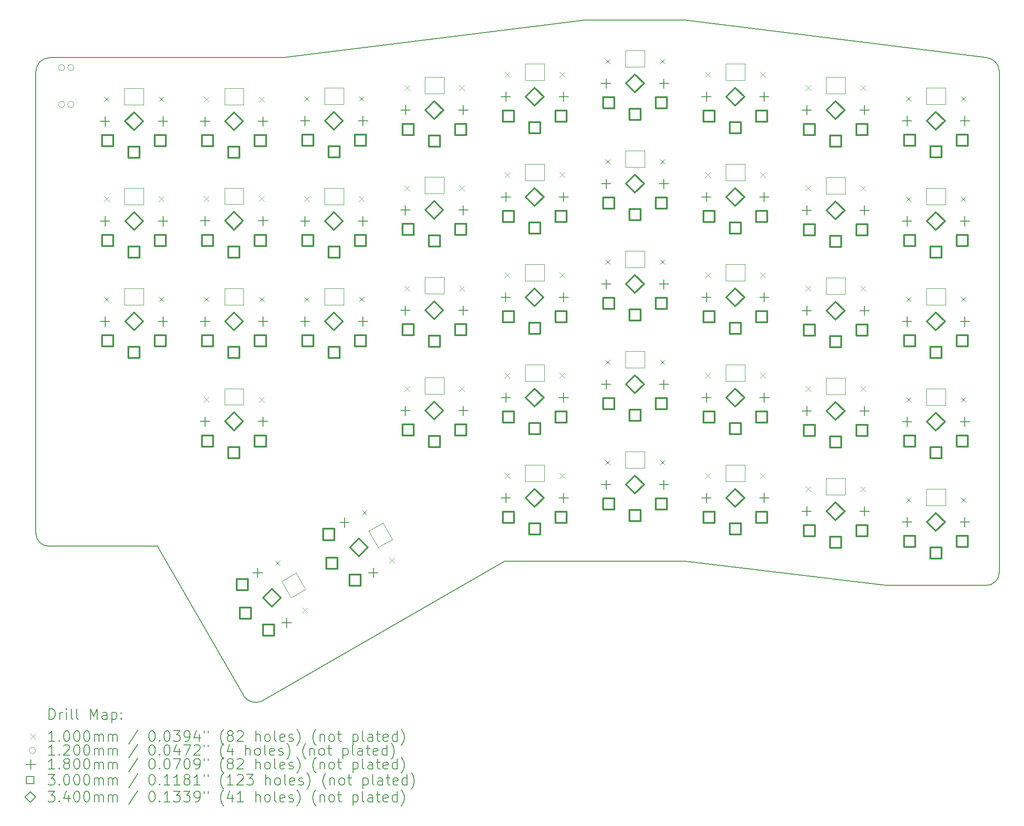
<source format=gbr>
%TF.GenerationSoftware,KiCad,Pcbnew,8.0.6-8.0.6-0~ubuntu24.04.1*%
%TF.CreationDate,2024-10-27T13:02:48+01:00*%
%TF.ProjectId,NomadKeyboard,4e6f6d61-644b-4657-9962-6f6172642e6b,rev?*%
%TF.SameCoordinates,Original*%
%TF.FileFunction,Drillmap*%
%TF.FilePolarity,Positive*%
%FSLAX45Y45*%
G04 Gerber Fmt 4.5, Leading zero omitted, Abs format (unit mm)*
G04 Created by KiCad (PCBNEW 8.0.6-8.0.6-0~ubuntu24.04.1) date 2024-10-27 13:02:48*
%MOMM*%
%LPD*%
G01*
G04 APERTURE LIST*
%ADD10C,0.150000*%
%ADD11C,0.120000*%
%ADD12C,0.200000*%
%ADD13C,0.100000*%
%ADD14C,0.180000*%
%ADD15C,0.300000*%
%ADD16C,0.340000*%
G04 APERTURE END LIST*
D10*
X8432314Y-16133988D02*
X6789483Y-13288521D01*
X14912912Y-3298264D02*
X9196412Y-4007764D01*
X4484904Y-13040264D02*
X4485170Y-4269249D01*
X22782912Y-4258264D02*
X22782912Y-13783487D01*
X4485170Y-4269249D02*
G75*
G02*
X4743912Y-4010265I264000J-5011D01*
G01*
X16817912Y-13573264D02*
X13384912Y-13573264D01*
X6789483Y-13288521D02*
X5426912Y-13290264D01*
X8774428Y-16235078D02*
G75*
G02*
X8432311Y-16133990I-109518J258819D01*
G01*
X7048644Y-4007764D02*
X5433912Y-4010264D01*
X5280912Y-4010264D02*
X4743912Y-4010264D01*
X22534138Y-14034264D02*
X20627385Y-14034264D01*
X22782912Y-13783487D02*
G75*
G02*
X22534138Y-14034262I-249772J-1003D01*
G01*
X20627385Y-14034264D02*
X16817912Y-13573264D01*
X5426912Y-13290264D02*
X5273912Y-13290264D01*
X16817912Y-3298264D02*
X14912912Y-3298264D01*
X4736912Y-13290264D02*
G75*
G02*
X4484898Y-13040264I-2002J250004D01*
G01*
X9196412Y-4007764D02*
X7048644Y-4007764D01*
X8774428Y-16235078D02*
X13384912Y-13573264D01*
X22532952Y-4007816D02*
X16817912Y-3298264D01*
X5433912Y-4010264D02*
X5280912Y-4010264D01*
X5273912Y-13290264D02*
X4736912Y-13290264D01*
X22532952Y-4007816D02*
G75*
G02*
X22782912Y-4258264I-24652J-274564D01*
G01*
D11*
X9968910Y-4585360D02*
X9968910Y-4895360D01*
X9968910Y-4895360D02*
X10328910Y-4895360D01*
X10328910Y-4585360D02*
X9968910Y-4585360D01*
X10328910Y-4895360D02*
X10328910Y-4585360D01*
X15685000Y-3875100D02*
X15685000Y-4185100D01*
X15685000Y-4185100D02*
X16045000Y-4185100D01*
X16045000Y-3875100D02*
X15685000Y-3875100D01*
X16045000Y-4185100D02*
X16045000Y-3875100D01*
X9968910Y-8395360D02*
X9968910Y-8705360D01*
X9968910Y-8705360D02*
X10328910Y-8705360D01*
X10328910Y-8395360D02*
X9968910Y-8395360D01*
X10328910Y-8705360D02*
X10328910Y-8395360D01*
X11873910Y-6280360D02*
X11873910Y-6590360D01*
X11873910Y-6590360D02*
X12233910Y-6590360D01*
X12233910Y-6280360D02*
X11873910Y-6280360D01*
X12233910Y-6590360D02*
X12233910Y-6280360D01*
X10805081Y-13001425D02*
X10985081Y-13313195D01*
X10985081Y-13313195D02*
X11253549Y-13158195D01*
X11073549Y-12846425D02*
X10805081Y-13001425D01*
X11253549Y-13158195D02*
X11073549Y-12846425D01*
X15685000Y-9590100D02*
X15685000Y-9900100D01*
X15685000Y-9900100D02*
X16045000Y-9900100D01*
X16045000Y-9590100D02*
X15685000Y-9590100D01*
X16045000Y-9900100D02*
X16045000Y-9590100D01*
X19495000Y-10095360D02*
X19495000Y-10405360D01*
X19495000Y-10405360D02*
X19855000Y-10405360D01*
X19855000Y-10095360D02*
X19495000Y-10095360D01*
X19855000Y-10405360D02*
X19855000Y-10095360D01*
X15684910Y-11495360D02*
X15684910Y-11805360D01*
X15684910Y-11805360D02*
X16044910Y-11805360D01*
X16044910Y-11495360D02*
X15684910Y-11495360D01*
X16044910Y-11805360D02*
X16044910Y-11495360D01*
X19494910Y-6285360D02*
X19494910Y-6595360D01*
X19494910Y-6595360D02*
X19854910Y-6595360D01*
X19854910Y-6285360D02*
X19494910Y-6285360D01*
X19854910Y-6595360D02*
X19854910Y-6285360D01*
X21399910Y-8395360D02*
X21399910Y-8705360D01*
X21399910Y-8705360D02*
X21759910Y-8705360D01*
X21759910Y-8395360D02*
X21399910Y-8395360D01*
X21759910Y-8705360D02*
X21759910Y-8395360D01*
X21399910Y-10300360D02*
X21399910Y-10610360D01*
X21399910Y-10610360D02*
X21759910Y-10610360D01*
X21759910Y-10300360D02*
X21399910Y-10300360D01*
X21759910Y-10610360D02*
X21759910Y-10300360D01*
X17589910Y-4125360D02*
X17589910Y-4435360D01*
X17589910Y-4435360D02*
X17949910Y-4435360D01*
X17949910Y-4125360D02*
X17589910Y-4125360D01*
X17949910Y-4435360D02*
X17949910Y-4125360D01*
X15684910Y-5780360D02*
X15684910Y-6090360D01*
X15684910Y-6090360D02*
X16044910Y-6090360D01*
X16044910Y-5780360D02*
X15684910Y-5780360D01*
X16044910Y-6090360D02*
X16044910Y-5780360D01*
X13779910Y-6030360D02*
X13779910Y-6340360D01*
X13779910Y-6340360D02*
X14139910Y-6340360D01*
X14139910Y-6030360D02*
X13779910Y-6030360D01*
X14139910Y-6340360D02*
X14139910Y-6030360D01*
X17589910Y-7935260D02*
X17589910Y-8245260D01*
X17589910Y-8245260D02*
X17949910Y-8245260D01*
X17949910Y-7935260D02*
X17589910Y-7935260D01*
X17949910Y-8245260D02*
X17949910Y-7935260D01*
X19494910Y-4380260D02*
X19494910Y-4690260D01*
X19494910Y-4690260D02*
X19854910Y-4690260D01*
X19854910Y-4380260D02*
X19494910Y-4380260D01*
X19854910Y-4690260D02*
X19854910Y-4380260D01*
X9968910Y-6489940D02*
X9968910Y-6799940D01*
X9968910Y-6799940D02*
X10328910Y-6799940D01*
X10328910Y-6489940D02*
X9968910Y-6489940D01*
X10328910Y-6799940D02*
X10328910Y-6489940D01*
X21399910Y-12205260D02*
X21399910Y-12515260D01*
X21399910Y-12515260D02*
X21759910Y-12515260D01*
X21759910Y-12205260D02*
X21399910Y-12205260D01*
X21759910Y-12515260D02*
X21759910Y-12205260D01*
X17589910Y-6030260D02*
X17589910Y-6340260D01*
X17589910Y-6340260D02*
X17949910Y-6340260D01*
X17949910Y-6030260D02*
X17589910Y-6030260D01*
X17949910Y-6340260D02*
X17949910Y-6030260D01*
X17590000Y-9840100D02*
X17590000Y-10150100D01*
X17590000Y-10150100D02*
X17950000Y-10150100D01*
X17950000Y-9840100D02*
X17590000Y-9840100D01*
X17950000Y-10150100D02*
X17950000Y-9840100D01*
X19494910Y-12000360D02*
X19494910Y-12310360D01*
X19494910Y-12310360D02*
X19854910Y-12310360D01*
X19854910Y-12000360D02*
X19494910Y-12000360D01*
X19854910Y-12310360D02*
X19854910Y-12000360D01*
X15684910Y-7685360D02*
X15684910Y-7995360D01*
X15684910Y-7995360D02*
X16044910Y-7995360D01*
X16044910Y-7685360D02*
X15684910Y-7685360D01*
X16044910Y-7995360D02*
X16044910Y-7685360D01*
X13780000Y-4125100D02*
X13780000Y-4435100D01*
X13780000Y-4435100D02*
X14140000Y-4435100D01*
X14140000Y-4125100D02*
X13780000Y-4125100D01*
X14140000Y-4435100D02*
X14140000Y-4125100D01*
X11873910Y-8185360D02*
X11873910Y-8495360D01*
X11873910Y-8495360D02*
X12233910Y-8495360D01*
X12233910Y-8185360D02*
X11873910Y-8185360D01*
X12233910Y-8495360D02*
X12233910Y-8185360D01*
X11873910Y-10090260D02*
X11873910Y-10400260D01*
X11873910Y-10400260D02*
X12233910Y-10400260D01*
X12233910Y-10090260D02*
X11873910Y-10090260D01*
X12233910Y-10400260D02*
X12233910Y-10090260D01*
X8068912Y-8395364D02*
X8068912Y-8705364D01*
X8068912Y-8705364D02*
X8428912Y-8705364D01*
X8428912Y-8395364D02*
X8068912Y-8395364D01*
X8428912Y-8705364D02*
X8428912Y-8395364D01*
X21399910Y-6490260D02*
X21399910Y-6800260D01*
X21399910Y-6800260D02*
X21759910Y-6800260D01*
X21759910Y-6490260D02*
X21399910Y-6490260D01*
X21759910Y-6800260D02*
X21759910Y-6490260D01*
X8068912Y-6485364D02*
X8068912Y-6795364D01*
X8068912Y-6795364D02*
X8428912Y-6795364D01*
X8428912Y-6485364D02*
X8068912Y-6485364D01*
X8428912Y-6795364D02*
X8428912Y-6485364D01*
X19494910Y-8190360D02*
X19494910Y-8500360D01*
X19494910Y-8500360D02*
X19854910Y-8500360D01*
X19854910Y-8190360D02*
X19494910Y-8190360D01*
X19854910Y-8500360D02*
X19854910Y-8190360D01*
X13778910Y-7935360D02*
X13778910Y-8245360D01*
X13778910Y-8245360D02*
X14138910Y-8245360D01*
X14138910Y-7935360D02*
X13778910Y-7935360D01*
X14138910Y-8245360D02*
X14138910Y-7935360D01*
X6168912Y-4594210D02*
X6168912Y-4904210D01*
X6168912Y-4904210D02*
X6528912Y-4904210D01*
X6528912Y-4594210D02*
X6168912Y-4594210D01*
X6528912Y-4904210D02*
X6528912Y-4594210D01*
X21399910Y-4585360D02*
X21399910Y-4895360D01*
X21399910Y-4895360D02*
X21759910Y-4895360D01*
X21759910Y-4585360D02*
X21399910Y-4585360D01*
X21759910Y-4895360D02*
X21759910Y-4585360D01*
X8068912Y-10295364D02*
X8068912Y-10605364D01*
X8068912Y-10605364D02*
X8428912Y-10605364D01*
X8428912Y-10295364D02*
X8068912Y-10295364D01*
X8428912Y-10605364D02*
X8428912Y-10295364D01*
X13779910Y-9840360D02*
X13779910Y-10150360D01*
X13779910Y-10150360D02*
X14139910Y-10150360D01*
X14139910Y-9840360D02*
X13779910Y-9840360D01*
X14139910Y-10150360D02*
X14139910Y-9840360D01*
X6169912Y-8395364D02*
X6169912Y-8705364D01*
X6169912Y-8705364D02*
X6529912Y-8705364D01*
X6529912Y-8395364D02*
X6169912Y-8395364D01*
X6529912Y-8705364D02*
X6529912Y-8395364D01*
X6169912Y-6489944D02*
X6169912Y-6799944D01*
X6169912Y-6799944D02*
X6529912Y-6799944D01*
X6529912Y-6489944D02*
X6169912Y-6489944D01*
X6529912Y-6799944D02*
X6529912Y-6489944D01*
X8068912Y-4595364D02*
X8068912Y-4905364D01*
X8068912Y-4905364D02*
X8428912Y-4905364D01*
X8428912Y-4595364D02*
X8068912Y-4595364D01*
X8428912Y-4905364D02*
X8428912Y-4595364D01*
X9155081Y-13954115D02*
X9335081Y-14265885D01*
X9335081Y-14265885D02*
X9603549Y-14110885D01*
X9423549Y-13799115D02*
X9155081Y-13954115D01*
X9603549Y-14110885D02*
X9423549Y-13799115D01*
X13779910Y-11745260D02*
X13779910Y-12055260D01*
X13779910Y-12055260D02*
X14139910Y-12055260D01*
X14139910Y-11745260D02*
X13779910Y-11745260D01*
X14139910Y-12055260D02*
X14139910Y-11745260D01*
X17589910Y-11745360D02*
X17589910Y-12055360D01*
X17589910Y-12055360D02*
X17949910Y-12055360D01*
X17949910Y-11745360D02*
X17589910Y-11745360D01*
X17949910Y-12055360D02*
X17949910Y-11745360D01*
X11874910Y-4380360D02*
X11874910Y-4690360D01*
X11874910Y-4690360D02*
X12234910Y-4690360D01*
X12234910Y-4380360D02*
X11874910Y-4380360D01*
X12234910Y-4690360D02*
X12234910Y-4380360D01*
D12*
D13*
X5776912Y-4749110D02*
X5876912Y-4849110D01*
X5876912Y-4749110D02*
X5776912Y-4849110D01*
X5777912Y-6644844D02*
X5877912Y-6744844D01*
X5877912Y-6644844D02*
X5777912Y-6744844D01*
X5777912Y-8550264D02*
X5877912Y-8650264D01*
X5877912Y-8550264D02*
X5777912Y-8650264D01*
X6820912Y-4749110D02*
X6920912Y-4849110D01*
X6920912Y-4749110D02*
X6820912Y-4849110D01*
X6821912Y-6644844D02*
X6921912Y-6744844D01*
X6921912Y-6644844D02*
X6821912Y-6744844D01*
X6821912Y-8550264D02*
X6921912Y-8650264D01*
X6921912Y-8550264D02*
X6821912Y-8650264D01*
X7676912Y-4750264D02*
X7776912Y-4850264D01*
X7776912Y-4750264D02*
X7676912Y-4850264D01*
X7676912Y-6640264D02*
X7776912Y-6740264D01*
X7776912Y-6640264D02*
X7676912Y-6740264D01*
X7676912Y-8550264D02*
X7776912Y-8650264D01*
X7776912Y-8550264D02*
X7676912Y-8650264D01*
X7676912Y-10450264D02*
X7776912Y-10550264D01*
X7776912Y-10450264D02*
X7676912Y-10550264D01*
X8720912Y-4750264D02*
X8820912Y-4850264D01*
X8820912Y-4750264D02*
X8720912Y-4850264D01*
X8720912Y-6640264D02*
X8820912Y-6740264D01*
X8820912Y-6640264D02*
X8720912Y-6740264D01*
X8720912Y-8550264D02*
X8820912Y-8650264D01*
X8820912Y-8550264D02*
X8720912Y-8650264D01*
X8720912Y-10450264D02*
X8820912Y-10550264D01*
X8820912Y-10450264D02*
X8720912Y-10550264D01*
X9025101Y-13555385D02*
X9125101Y-13655385D01*
X9125101Y-13555385D02*
X9025101Y-13655385D01*
X9547101Y-14459515D02*
X9647101Y-14559515D01*
X9647101Y-14459515D02*
X9547101Y-14559515D01*
X9576910Y-4740260D02*
X9676910Y-4840260D01*
X9676910Y-4740260D02*
X9576910Y-4840260D01*
X9576910Y-6644840D02*
X9676910Y-6744840D01*
X9676910Y-6644840D02*
X9576910Y-6744840D01*
X9576910Y-8550260D02*
X9676910Y-8650260D01*
X9676910Y-8550260D02*
X9576910Y-8650260D01*
X10620910Y-4740260D02*
X10720910Y-4840260D01*
X10720910Y-4740260D02*
X10620910Y-4840260D01*
X10620910Y-6644840D02*
X10720910Y-6744840D01*
X10720910Y-6644840D02*
X10620910Y-6744840D01*
X10620910Y-8550260D02*
X10720910Y-8650260D01*
X10720910Y-8550260D02*
X10620910Y-8650260D01*
X10675101Y-12602695D02*
X10775101Y-12702695D01*
X10775101Y-12602695D02*
X10675101Y-12702695D01*
X11197101Y-13506825D02*
X11297101Y-13606825D01*
X11297101Y-13506825D02*
X11197101Y-13606825D01*
X11481910Y-6435260D02*
X11581910Y-6535260D01*
X11581910Y-6435260D02*
X11481910Y-6535260D01*
X11481910Y-8340260D02*
X11581910Y-8440260D01*
X11581910Y-8340260D02*
X11481910Y-8440260D01*
X11481910Y-10245160D02*
X11581910Y-10345160D01*
X11581910Y-10245160D02*
X11481910Y-10345160D01*
X11482910Y-4535260D02*
X11582910Y-4635260D01*
X11582910Y-4535260D02*
X11482910Y-4635260D01*
X12525910Y-6435260D02*
X12625910Y-6535260D01*
X12625910Y-6435260D02*
X12525910Y-6535260D01*
X12525910Y-8340260D02*
X12625910Y-8440260D01*
X12625910Y-8340260D02*
X12525910Y-8440260D01*
X12525910Y-10245160D02*
X12625910Y-10345160D01*
X12625910Y-10245160D02*
X12525910Y-10345160D01*
X12526910Y-4535260D02*
X12626910Y-4635260D01*
X12626910Y-4535260D02*
X12526910Y-4635260D01*
X13386910Y-8090260D02*
X13486910Y-8190260D01*
X13486910Y-8090260D02*
X13386910Y-8190260D01*
X13387910Y-6185260D02*
X13487910Y-6285260D01*
X13487910Y-6185260D02*
X13387910Y-6285260D01*
X13387910Y-9995260D02*
X13487910Y-10095260D01*
X13487910Y-9995260D02*
X13387910Y-10095260D01*
X13387910Y-11900160D02*
X13487910Y-12000160D01*
X13487910Y-11900160D02*
X13387910Y-12000160D01*
X13388000Y-4280000D02*
X13488000Y-4380000D01*
X13488000Y-4280000D02*
X13388000Y-4380000D01*
X14430910Y-8090260D02*
X14530910Y-8190260D01*
X14530910Y-8090260D02*
X14430910Y-8190260D01*
X14431910Y-6185260D02*
X14531910Y-6285260D01*
X14531910Y-6185260D02*
X14431910Y-6285260D01*
X14431910Y-9995260D02*
X14531910Y-10095260D01*
X14531910Y-9995260D02*
X14431910Y-10095260D01*
X14431910Y-11900160D02*
X14531910Y-12000160D01*
X14531910Y-11900160D02*
X14431910Y-12000160D01*
X14432000Y-4280000D02*
X14532000Y-4380000D01*
X14532000Y-4280000D02*
X14432000Y-4380000D01*
X15292910Y-5935260D02*
X15392910Y-6035260D01*
X15392910Y-5935260D02*
X15292910Y-6035260D01*
X15292910Y-7840260D02*
X15392910Y-7940260D01*
X15392910Y-7840260D02*
X15292910Y-7940260D01*
X15292910Y-11650260D02*
X15392910Y-11750260D01*
X15392910Y-11650260D02*
X15292910Y-11750260D01*
X15293000Y-4030000D02*
X15393000Y-4130000D01*
X15393000Y-4030000D02*
X15293000Y-4130000D01*
X15293000Y-9745000D02*
X15393000Y-9845000D01*
X15393000Y-9745000D02*
X15293000Y-9845000D01*
X16336910Y-5935260D02*
X16436910Y-6035260D01*
X16436910Y-5935260D02*
X16336910Y-6035260D01*
X16336910Y-7840260D02*
X16436910Y-7940260D01*
X16436910Y-7840260D02*
X16336910Y-7940260D01*
X16336910Y-11650260D02*
X16436910Y-11750260D01*
X16436910Y-11650260D02*
X16336910Y-11750260D01*
X16337000Y-4030000D02*
X16437000Y-4130000D01*
X16437000Y-4030000D02*
X16337000Y-4130000D01*
X16337000Y-9745000D02*
X16437000Y-9845000D01*
X16437000Y-9745000D02*
X16337000Y-9845000D01*
X17197910Y-4280260D02*
X17297910Y-4380260D01*
X17297910Y-4280260D02*
X17197910Y-4380260D01*
X17197910Y-6185160D02*
X17297910Y-6285160D01*
X17297910Y-6185160D02*
X17197910Y-6285160D01*
X17197910Y-8090160D02*
X17297910Y-8190160D01*
X17297910Y-8090160D02*
X17197910Y-8190160D01*
X17197910Y-11900260D02*
X17297910Y-12000260D01*
X17297910Y-11900260D02*
X17197910Y-12000260D01*
X17198000Y-9995000D02*
X17298000Y-10095000D01*
X17298000Y-9995000D02*
X17198000Y-10095000D01*
X18241910Y-4280260D02*
X18341910Y-4380260D01*
X18341910Y-4280260D02*
X18241910Y-4380260D01*
X18241910Y-6185160D02*
X18341910Y-6285160D01*
X18341910Y-6185160D02*
X18241910Y-6285160D01*
X18241910Y-8090160D02*
X18341910Y-8190160D01*
X18341910Y-8090160D02*
X18241910Y-8190160D01*
X18241910Y-11900260D02*
X18341910Y-12000260D01*
X18341910Y-11900260D02*
X18241910Y-12000260D01*
X18242000Y-9995000D02*
X18342000Y-10095000D01*
X18342000Y-9995000D02*
X18242000Y-10095000D01*
X19102910Y-4535160D02*
X19202910Y-4635160D01*
X19202910Y-4535160D02*
X19102910Y-4635160D01*
X19102910Y-6440260D02*
X19202910Y-6540260D01*
X19202910Y-6440260D02*
X19102910Y-6540260D01*
X19102910Y-8345260D02*
X19202910Y-8445260D01*
X19202910Y-8345260D02*
X19102910Y-8445260D01*
X19102910Y-12155260D02*
X19202910Y-12255260D01*
X19202910Y-12155260D02*
X19102910Y-12255260D01*
X19103000Y-10250260D02*
X19203000Y-10350260D01*
X19203000Y-10250260D02*
X19103000Y-10350260D01*
X20146910Y-4535160D02*
X20246910Y-4635160D01*
X20246910Y-4535160D02*
X20146910Y-4635160D01*
X20146910Y-6440260D02*
X20246910Y-6540260D01*
X20246910Y-6440260D02*
X20146910Y-6540260D01*
X20146910Y-8345260D02*
X20246910Y-8445260D01*
X20246910Y-8345260D02*
X20146910Y-8445260D01*
X20146910Y-12155260D02*
X20246910Y-12255260D01*
X20246910Y-12155260D02*
X20146910Y-12255260D01*
X20147000Y-10250260D02*
X20247000Y-10350260D01*
X20247000Y-10250260D02*
X20147000Y-10350260D01*
X21007910Y-4740260D02*
X21107910Y-4840260D01*
X21107910Y-4740260D02*
X21007910Y-4840260D01*
X21007910Y-6645160D02*
X21107910Y-6745160D01*
X21107910Y-6645160D02*
X21007910Y-6745160D01*
X21007910Y-8550260D02*
X21107910Y-8650260D01*
X21107910Y-8550260D02*
X21007910Y-8650260D01*
X21007910Y-10455260D02*
X21107910Y-10555260D01*
X21107910Y-10455260D02*
X21007910Y-10555260D01*
X21007910Y-12360160D02*
X21107910Y-12460160D01*
X21107910Y-12360160D02*
X21007910Y-12460160D01*
X22051910Y-4740260D02*
X22151910Y-4840260D01*
X22151910Y-4740260D02*
X22051910Y-4840260D01*
X22051910Y-6645160D02*
X22151910Y-6745160D01*
X22151910Y-6645160D02*
X22051910Y-6745160D01*
X22051910Y-8550260D02*
X22151910Y-8650260D01*
X22151910Y-8550260D02*
X22051910Y-8650260D01*
X22051910Y-10455260D02*
X22151910Y-10555260D01*
X22151910Y-10455260D02*
X22051910Y-10555260D01*
X22051910Y-12360160D02*
X22151910Y-12460160D01*
X22151910Y-12360160D02*
X22051910Y-12460160D01*
D11*
X5033912Y-4200264D02*
G75*
G02*
X4913912Y-4200264I-60000J0D01*
G01*
X4913912Y-4200264D02*
G75*
G02*
X5033912Y-4200264I60000J0D01*
G01*
X5033912Y-4900264D02*
G75*
G02*
X4913912Y-4900264I-60000J0D01*
G01*
X4913912Y-4900264D02*
G75*
G02*
X5033912Y-4900264I60000J0D01*
G01*
X5208912Y-4200264D02*
G75*
G02*
X5088912Y-4200264I-60000J0D01*
G01*
X5088912Y-4200264D02*
G75*
G02*
X5208912Y-4200264I60000J0D01*
G01*
X5208912Y-4900264D02*
G75*
G02*
X5088912Y-4900264I-60000J0D01*
G01*
X5088912Y-4900264D02*
G75*
G02*
X5208912Y-4900264I60000J0D01*
G01*
D14*
X5798912Y-5129110D02*
X5798912Y-5309110D01*
X5708912Y-5219110D02*
X5888912Y-5219110D01*
X5799912Y-7024844D02*
X5799912Y-7204844D01*
X5709912Y-7114844D02*
X5889912Y-7114844D01*
X5799912Y-8930264D02*
X5799912Y-9110264D01*
X5709912Y-9020264D02*
X5889912Y-9020264D01*
X6898912Y-5129110D02*
X6898912Y-5309110D01*
X6808912Y-5219110D02*
X6988912Y-5219110D01*
X6899912Y-7024844D02*
X6899912Y-7204844D01*
X6809912Y-7114844D02*
X6989912Y-7114844D01*
X6899912Y-8930264D02*
X6899912Y-9110264D01*
X6809912Y-9020264D02*
X6989912Y-9020264D01*
X7698912Y-5130264D02*
X7698912Y-5310264D01*
X7608912Y-5220264D02*
X7788912Y-5220264D01*
X7698912Y-7020264D02*
X7698912Y-7200264D01*
X7608912Y-7110264D02*
X7788912Y-7110264D01*
X7698912Y-8930264D02*
X7698912Y-9110264D01*
X7608912Y-9020264D02*
X7788912Y-9020264D01*
X7698912Y-10830264D02*
X7698912Y-11010264D01*
X7608912Y-10920264D02*
X7788912Y-10920264D01*
X8697370Y-13701136D02*
X8697370Y-13881136D01*
X8607370Y-13791136D02*
X8787370Y-13791136D01*
X8798912Y-5130264D02*
X8798912Y-5310264D01*
X8708912Y-5220264D02*
X8888912Y-5220264D01*
X8798912Y-7020264D02*
X8798912Y-7200264D01*
X8708912Y-7110264D02*
X8888912Y-7110264D01*
X8798912Y-8930264D02*
X8798912Y-9110264D01*
X8708912Y-9020264D02*
X8888912Y-9020264D01*
X8798912Y-10830264D02*
X8798912Y-11010264D01*
X8708912Y-10920264D02*
X8888912Y-10920264D01*
X9247370Y-14653764D02*
X9247370Y-14833764D01*
X9157370Y-14743764D02*
X9337370Y-14743764D01*
X9598910Y-5120260D02*
X9598910Y-5300260D01*
X9508910Y-5210260D02*
X9688910Y-5210260D01*
X9598910Y-7024840D02*
X9598910Y-7204840D01*
X9508910Y-7114840D02*
X9688910Y-7114840D01*
X9598910Y-8930260D02*
X9598910Y-9110260D01*
X9508910Y-9020260D02*
X9688910Y-9020260D01*
X10347370Y-12748446D02*
X10347370Y-12928446D01*
X10257370Y-12838446D02*
X10437370Y-12838446D01*
X10698910Y-5120260D02*
X10698910Y-5300260D01*
X10608910Y-5210260D02*
X10788910Y-5210260D01*
X10698910Y-7024840D02*
X10698910Y-7204840D01*
X10608910Y-7114840D02*
X10788910Y-7114840D01*
X10698910Y-8930260D02*
X10698910Y-9110260D01*
X10608910Y-9020260D02*
X10788910Y-9020260D01*
X10897370Y-13701074D02*
X10897370Y-13881074D01*
X10807370Y-13791074D02*
X10987370Y-13791074D01*
X11503910Y-6815260D02*
X11503910Y-6995260D01*
X11413910Y-6905260D02*
X11593910Y-6905260D01*
X11503910Y-8720260D02*
X11503910Y-8900260D01*
X11413910Y-8810260D02*
X11593910Y-8810260D01*
X11503910Y-10625160D02*
X11503910Y-10805160D01*
X11413910Y-10715160D02*
X11593910Y-10715160D01*
X11504910Y-4915260D02*
X11504910Y-5095260D01*
X11414910Y-5005260D02*
X11594910Y-5005260D01*
X12603910Y-6815260D02*
X12603910Y-6995260D01*
X12513910Y-6905260D02*
X12693910Y-6905260D01*
X12603910Y-8720260D02*
X12603910Y-8900260D01*
X12513910Y-8810260D02*
X12693910Y-8810260D01*
X12603910Y-10625160D02*
X12603910Y-10805160D01*
X12513910Y-10715160D02*
X12693910Y-10715160D01*
X12604910Y-4915260D02*
X12604910Y-5095260D01*
X12514910Y-5005260D02*
X12694910Y-5005260D01*
X13408910Y-8470260D02*
X13408910Y-8650260D01*
X13318910Y-8560260D02*
X13498910Y-8560260D01*
X13409910Y-6565260D02*
X13409910Y-6745260D01*
X13319910Y-6655260D02*
X13499910Y-6655260D01*
X13409910Y-10375260D02*
X13409910Y-10555260D01*
X13319910Y-10465260D02*
X13499910Y-10465260D01*
X13409910Y-12280160D02*
X13409910Y-12460160D01*
X13319910Y-12370160D02*
X13499910Y-12370160D01*
X13410000Y-4660000D02*
X13410000Y-4840000D01*
X13320000Y-4750000D02*
X13500000Y-4750000D01*
X14508910Y-8470260D02*
X14508910Y-8650260D01*
X14418910Y-8560260D02*
X14598910Y-8560260D01*
X14509910Y-6565260D02*
X14509910Y-6745260D01*
X14419910Y-6655260D02*
X14599910Y-6655260D01*
X14509910Y-10375260D02*
X14509910Y-10555260D01*
X14419910Y-10465260D02*
X14599910Y-10465260D01*
X14509910Y-12280160D02*
X14509910Y-12460160D01*
X14419910Y-12370160D02*
X14599910Y-12370160D01*
X14510000Y-4660000D02*
X14510000Y-4840000D01*
X14420000Y-4750000D02*
X14600000Y-4750000D01*
X15314910Y-6315260D02*
X15314910Y-6495260D01*
X15224910Y-6405260D02*
X15404910Y-6405260D01*
X15314910Y-8220260D02*
X15314910Y-8400260D01*
X15224910Y-8310260D02*
X15404910Y-8310260D01*
X15314910Y-12030260D02*
X15314910Y-12210260D01*
X15224910Y-12120260D02*
X15404910Y-12120260D01*
X15315000Y-4410000D02*
X15315000Y-4590000D01*
X15225000Y-4500000D02*
X15405000Y-4500000D01*
X15315000Y-10125000D02*
X15315000Y-10305000D01*
X15225000Y-10215000D02*
X15405000Y-10215000D01*
X16414910Y-6315260D02*
X16414910Y-6495260D01*
X16324910Y-6405260D02*
X16504910Y-6405260D01*
X16414910Y-8220260D02*
X16414910Y-8400260D01*
X16324910Y-8310260D02*
X16504910Y-8310260D01*
X16414910Y-12030260D02*
X16414910Y-12210260D01*
X16324910Y-12120260D02*
X16504910Y-12120260D01*
X16415000Y-4410000D02*
X16415000Y-4590000D01*
X16325000Y-4500000D02*
X16505000Y-4500000D01*
X16415000Y-10125000D02*
X16415000Y-10305000D01*
X16325000Y-10215000D02*
X16505000Y-10215000D01*
X17219910Y-4660260D02*
X17219910Y-4840260D01*
X17129910Y-4750260D02*
X17309910Y-4750260D01*
X17219910Y-6565160D02*
X17219910Y-6745160D01*
X17129910Y-6655160D02*
X17309910Y-6655160D01*
X17219910Y-8470160D02*
X17219910Y-8650160D01*
X17129910Y-8560160D02*
X17309910Y-8560160D01*
X17219910Y-12280260D02*
X17219910Y-12460260D01*
X17129910Y-12370260D02*
X17309910Y-12370260D01*
X17220000Y-10375000D02*
X17220000Y-10555000D01*
X17130000Y-10465000D02*
X17310000Y-10465000D01*
X18319910Y-4660260D02*
X18319910Y-4840260D01*
X18229910Y-4750260D02*
X18409910Y-4750260D01*
X18319910Y-6565160D02*
X18319910Y-6745160D01*
X18229910Y-6655160D02*
X18409910Y-6655160D01*
X18319910Y-8470160D02*
X18319910Y-8650160D01*
X18229910Y-8560160D02*
X18409910Y-8560160D01*
X18319910Y-12280260D02*
X18319910Y-12460260D01*
X18229910Y-12370260D02*
X18409910Y-12370260D01*
X18320000Y-10375000D02*
X18320000Y-10555000D01*
X18230000Y-10465000D02*
X18410000Y-10465000D01*
X19124910Y-4915160D02*
X19124910Y-5095160D01*
X19034910Y-5005160D02*
X19214910Y-5005160D01*
X19124910Y-6820260D02*
X19124910Y-7000260D01*
X19034910Y-6910260D02*
X19214910Y-6910260D01*
X19124910Y-8725260D02*
X19124910Y-8905260D01*
X19034910Y-8815260D02*
X19214910Y-8815260D01*
X19124910Y-12535260D02*
X19124910Y-12715260D01*
X19034910Y-12625260D02*
X19214910Y-12625260D01*
X19125000Y-10630260D02*
X19125000Y-10810260D01*
X19035000Y-10720260D02*
X19215000Y-10720260D01*
X20224910Y-4915160D02*
X20224910Y-5095160D01*
X20134910Y-5005160D02*
X20314910Y-5005160D01*
X20224910Y-6820260D02*
X20224910Y-7000260D01*
X20134910Y-6910260D02*
X20314910Y-6910260D01*
X20224910Y-8725260D02*
X20224910Y-8905260D01*
X20134910Y-8815260D02*
X20314910Y-8815260D01*
X20224910Y-12535260D02*
X20224910Y-12715260D01*
X20134910Y-12625260D02*
X20314910Y-12625260D01*
X20225000Y-10630260D02*
X20225000Y-10810260D01*
X20135000Y-10720260D02*
X20315000Y-10720260D01*
X21029910Y-5120260D02*
X21029910Y-5300260D01*
X20939910Y-5210260D02*
X21119910Y-5210260D01*
X21029910Y-7025160D02*
X21029910Y-7205160D01*
X20939910Y-7115160D02*
X21119910Y-7115160D01*
X21029910Y-8930260D02*
X21029910Y-9110260D01*
X20939910Y-9020260D02*
X21119910Y-9020260D01*
X21029910Y-10835260D02*
X21029910Y-11015260D01*
X20939910Y-10925260D02*
X21119910Y-10925260D01*
X21029910Y-12740160D02*
X21029910Y-12920160D01*
X20939910Y-12830160D02*
X21119910Y-12830160D01*
X22129910Y-5120260D02*
X22129910Y-5300260D01*
X22039910Y-5210260D02*
X22219910Y-5210260D01*
X22129910Y-7025160D02*
X22129910Y-7205160D01*
X22039910Y-7115160D02*
X22219910Y-7115160D01*
X22129910Y-8930260D02*
X22129910Y-9110260D01*
X22039910Y-9020260D02*
X22219910Y-9020260D01*
X22129910Y-10835260D02*
X22129910Y-11015260D01*
X22039910Y-10925260D02*
X22219910Y-10925260D01*
X22129910Y-12740160D02*
X22129910Y-12920160D01*
X22039910Y-12830160D02*
X22219910Y-12830160D01*
D15*
X5954979Y-5695177D02*
X5954979Y-5483043D01*
X5742845Y-5483043D01*
X5742845Y-5695177D01*
X5954979Y-5695177D01*
X5955979Y-7590911D02*
X5955979Y-7378777D01*
X5743845Y-7378777D01*
X5743845Y-7590911D01*
X5955979Y-7590911D01*
X5955979Y-9496331D02*
X5955979Y-9284197D01*
X5743845Y-9284197D01*
X5743845Y-9496331D01*
X5955979Y-9496331D01*
X6454979Y-5915177D02*
X6454979Y-5703043D01*
X6242845Y-5703043D01*
X6242845Y-5915177D01*
X6454979Y-5915177D01*
X6455979Y-7810911D02*
X6455979Y-7598777D01*
X6243845Y-7598777D01*
X6243845Y-7810911D01*
X6455979Y-7810911D01*
X6455979Y-9716331D02*
X6455979Y-9504197D01*
X6243845Y-9504197D01*
X6243845Y-9716331D01*
X6455979Y-9716331D01*
X6954979Y-5695177D02*
X6954979Y-5483043D01*
X6742845Y-5483043D01*
X6742845Y-5695177D01*
X6954979Y-5695177D01*
X6955979Y-7590911D02*
X6955979Y-7378777D01*
X6743845Y-7378777D01*
X6743845Y-7590911D01*
X6955979Y-7590911D01*
X6955979Y-9496331D02*
X6955979Y-9284197D01*
X6743845Y-9284197D01*
X6743845Y-9496331D01*
X6955979Y-9496331D01*
X7854979Y-5696331D02*
X7854979Y-5484197D01*
X7642845Y-5484197D01*
X7642845Y-5696331D01*
X7854979Y-5696331D01*
X7854979Y-7586331D02*
X7854979Y-7374197D01*
X7642845Y-7374197D01*
X7642845Y-7586331D01*
X7854979Y-7586331D01*
X7854979Y-9496331D02*
X7854979Y-9284197D01*
X7642845Y-9284197D01*
X7642845Y-9496331D01*
X7854979Y-9496331D01*
X7854979Y-11396331D02*
X7854979Y-11184197D01*
X7642845Y-11184197D01*
X7642845Y-11396331D01*
X7854979Y-11396331D01*
X8354979Y-5916331D02*
X8354979Y-5704197D01*
X8142845Y-5704197D01*
X8142845Y-5916331D01*
X8354979Y-5916331D01*
X8354979Y-7806331D02*
X8354979Y-7594197D01*
X8142845Y-7594197D01*
X8142845Y-7806331D01*
X8354979Y-7806331D01*
X8354979Y-9716331D02*
X8354979Y-9504197D01*
X8142845Y-9504197D01*
X8142845Y-9716331D01*
X8354979Y-9716331D01*
X8354979Y-11616331D02*
X8354979Y-11404197D01*
X8142845Y-11404197D01*
X8142845Y-11616331D01*
X8354979Y-11616331D01*
X8508008Y-14125504D02*
X8508008Y-13913370D01*
X8295874Y-13913370D01*
X8295874Y-14125504D01*
X8508008Y-14125504D01*
X8567482Y-14668517D02*
X8567482Y-14456383D01*
X8355348Y-14456383D01*
X8355348Y-14668517D01*
X8567482Y-14668517D01*
X8854979Y-5696331D02*
X8854979Y-5484197D01*
X8642845Y-5484197D01*
X8642845Y-5696331D01*
X8854979Y-5696331D01*
X8854979Y-7586331D02*
X8854979Y-7374197D01*
X8642845Y-7374197D01*
X8642845Y-7586331D01*
X8854979Y-7586331D01*
X8854979Y-9496331D02*
X8854979Y-9284197D01*
X8642845Y-9284197D01*
X8642845Y-9496331D01*
X8854979Y-9496331D01*
X8854979Y-11396331D02*
X8854979Y-11184197D01*
X8642845Y-11184197D01*
X8642845Y-11396331D01*
X8854979Y-11396331D01*
X9008008Y-14991530D02*
X9008008Y-14779396D01*
X8795874Y-14779396D01*
X8795874Y-14991530D01*
X9008008Y-14991530D01*
X9754977Y-5686327D02*
X9754977Y-5474193D01*
X9542843Y-5474193D01*
X9542843Y-5686327D01*
X9754977Y-5686327D01*
X9754977Y-7590907D02*
X9754977Y-7378773D01*
X9542843Y-7378773D01*
X9542843Y-7590907D01*
X9754977Y-7590907D01*
X9754977Y-9496327D02*
X9754977Y-9284193D01*
X9542843Y-9284193D01*
X9542843Y-9496327D01*
X9754977Y-9496327D01*
X10158008Y-13172814D02*
X10158008Y-12960680D01*
X9945874Y-12960680D01*
X9945874Y-13172814D01*
X10158008Y-13172814D01*
X10217482Y-13715827D02*
X10217482Y-13503693D01*
X10005348Y-13503693D01*
X10005348Y-13715827D01*
X10217482Y-13715827D01*
X10254977Y-5906327D02*
X10254977Y-5694193D01*
X10042843Y-5694193D01*
X10042843Y-5906327D01*
X10254977Y-5906327D01*
X10254977Y-7810907D02*
X10254977Y-7598773D01*
X10042843Y-7598773D01*
X10042843Y-7810907D01*
X10254977Y-7810907D01*
X10254977Y-9716327D02*
X10254977Y-9504193D01*
X10042843Y-9504193D01*
X10042843Y-9716327D01*
X10254977Y-9716327D01*
X10658008Y-14038840D02*
X10658008Y-13826706D01*
X10445874Y-13826706D01*
X10445874Y-14038840D01*
X10658008Y-14038840D01*
X10754977Y-5686327D02*
X10754977Y-5474193D01*
X10542843Y-5474193D01*
X10542843Y-5686327D01*
X10754977Y-5686327D01*
X10754977Y-7590907D02*
X10754977Y-7378773D01*
X10542843Y-7378773D01*
X10542843Y-7590907D01*
X10754977Y-7590907D01*
X10754977Y-9496327D02*
X10754977Y-9284193D01*
X10542843Y-9284193D01*
X10542843Y-9496327D01*
X10754977Y-9496327D01*
X11659977Y-7381327D02*
X11659977Y-7169193D01*
X11447843Y-7169193D01*
X11447843Y-7381327D01*
X11659977Y-7381327D01*
X11659977Y-9286327D02*
X11659977Y-9074193D01*
X11447843Y-9074193D01*
X11447843Y-9286327D01*
X11659977Y-9286327D01*
X11659977Y-11191227D02*
X11659977Y-10979093D01*
X11447843Y-10979093D01*
X11447843Y-11191227D01*
X11659977Y-11191227D01*
X11660977Y-5481327D02*
X11660977Y-5269193D01*
X11448843Y-5269193D01*
X11448843Y-5481327D01*
X11660977Y-5481327D01*
X12159977Y-7601327D02*
X12159977Y-7389193D01*
X11947843Y-7389193D01*
X11947843Y-7601327D01*
X12159977Y-7601327D01*
X12159977Y-9506327D02*
X12159977Y-9294193D01*
X11947843Y-9294193D01*
X11947843Y-9506327D01*
X12159977Y-9506327D01*
X12159977Y-11411227D02*
X12159977Y-11199093D01*
X11947843Y-11199093D01*
X11947843Y-11411227D01*
X12159977Y-11411227D01*
X12160977Y-5701327D02*
X12160977Y-5489193D01*
X11948843Y-5489193D01*
X11948843Y-5701327D01*
X12160977Y-5701327D01*
X12659977Y-7381327D02*
X12659977Y-7169193D01*
X12447843Y-7169193D01*
X12447843Y-7381327D01*
X12659977Y-7381327D01*
X12659977Y-9286327D02*
X12659977Y-9074193D01*
X12447843Y-9074193D01*
X12447843Y-9286327D01*
X12659977Y-9286327D01*
X12659977Y-11191227D02*
X12659977Y-10979093D01*
X12447843Y-10979093D01*
X12447843Y-11191227D01*
X12659977Y-11191227D01*
X12660977Y-5481327D02*
X12660977Y-5269193D01*
X12448843Y-5269193D01*
X12448843Y-5481327D01*
X12660977Y-5481327D01*
X13564977Y-9036327D02*
X13564977Y-8824193D01*
X13352843Y-8824193D01*
X13352843Y-9036327D01*
X13564977Y-9036327D01*
X13565977Y-7131327D02*
X13565977Y-6919193D01*
X13353843Y-6919193D01*
X13353843Y-7131327D01*
X13565977Y-7131327D01*
X13565977Y-10941327D02*
X13565977Y-10729193D01*
X13353843Y-10729193D01*
X13353843Y-10941327D01*
X13565977Y-10941327D01*
X13565977Y-12846227D02*
X13565977Y-12634093D01*
X13353843Y-12634093D01*
X13353843Y-12846227D01*
X13565977Y-12846227D01*
X13566067Y-5226067D02*
X13566067Y-5013933D01*
X13353933Y-5013933D01*
X13353933Y-5226067D01*
X13566067Y-5226067D01*
X14064977Y-9256327D02*
X14064977Y-9044193D01*
X13852843Y-9044193D01*
X13852843Y-9256327D01*
X14064977Y-9256327D01*
X14065977Y-7351327D02*
X14065977Y-7139193D01*
X13853843Y-7139193D01*
X13853843Y-7351327D01*
X14065977Y-7351327D01*
X14065977Y-11161327D02*
X14065977Y-10949193D01*
X13853843Y-10949193D01*
X13853843Y-11161327D01*
X14065977Y-11161327D01*
X14065977Y-13066227D02*
X14065977Y-12854093D01*
X13853843Y-12854093D01*
X13853843Y-13066227D01*
X14065977Y-13066227D01*
X14066067Y-5446067D02*
X14066067Y-5233933D01*
X13853933Y-5233933D01*
X13853933Y-5446067D01*
X14066067Y-5446067D01*
X14564977Y-9036327D02*
X14564977Y-8824193D01*
X14352843Y-8824193D01*
X14352843Y-9036327D01*
X14564977Y-9036327D01*
X14565977Y-7131327D02*
X14565977Y-6919193D01*
X14353843Y-6919193D01*
X14353843Y-7131327D01*
X14565977Y-7131327D01*
X14565977Y-10941327D02*
X14565977Y-10729193D01*
X14353843Y-10729193D01*
X14353843Y-10941327D01*
X14565977Y-10941327D01*
X14565977Y-12846227D02*
X14565977Y-12634093D01*
X14353843Y-12634093D01*
X14353843Y-12846227D01*
X14565977Y-12846227D01*
X14566067Y-5226067D02*
X14566067Y-5013933D01*
X14353933Y-5013933D01*
X14353933Y-5226067D01*
X14566067Y-5226067D01*
X15470977Y-6881327D02*
X15470977Y-6669193D01*
X15258843Y-6669193D01*
X15258843Y-6881327D01*
X15470977Y-6881327D01*
X15470977Y-8786327D02*
X15470977Y-8574193D01*
X15258843Y-8574193D01*
X15258843Y-8786327D01*
X15470977Y-8786327D01*
X15470977Y-12596327D02*
X15470977Y-12384193D01*
X15258843Y-12384193D01*
X15258843Y-12596327D01*
X15470977Y-12596327D01*
X15471067Y-4976067D02*
X15471067Y-4763933D01*
X15258933Y-4763933D01*
X15258933Y-4976067D01*
X15471067Y-4976067D01*
X15471067Y-10691067D02*
X15471067Y-10478933D01*
X15258933Y-10478933D01*
X15258933Y-10691067D01*
X15471067Y-10691067D01*
X15970977Y-7101327D02*
X15970977Y-6889193D01*
X15758843Y-6889193D01*
X15758843Y-7101327D01*
X15970977Y-7101327D01*
X15970977Y-9006327D02*
X15970977Y-8794193D01*
X15758843Y-8794193D01*
X15758843Y-9006327D01*
X15970977Y-9006327D01*
X15970977Y-12816327D02*
X15970977Y-12604193D01*
X15758843Y-12604193D01*
X15758843Y-12816327D01*
X15970977Y-12816327D01*
X15971067Y-5196067D02*
X15971067Y-4983933D01*
X15758933Y-4983933D01*
X15758933Y-5196067D01*
X15971067Y-5196067D01*
X15971067Y-10911067D02*
X15971067Y-10698933D01*
X15758933Y-10698933D01*
X15758933Y-10911067D01*
X15971067Y-10911067D01*
X16470977Y-6881327D02*
X16470977Y-6669193D01*
X16258843Y-6669193D01*
X16258843Y-6881327D01*
X16470977Y-6881327D01*
X16470977Y-8786327D02*
X16470977Y-8574193D01*
X16258843Y-8574193D01*
X16258843Y-8786327D01*
X16470977Y-8786327D01*
X16470977Y-12596327D02*
X16470977Y-12384193D01*
X16258843Y-12384193D01*
X16258843Y-12596327D01*
X16470977Y-12596327D01*
X16471067Y-4976067D02*
X16471067Y-4763933D01*
X16258933Y-4763933D01*
X16258933Y-4976067D01*
X16471067Y-4976067D01*
X16471067Y-10691067D02*
X16471067Y-10478933D01*
X16258933Y-10478933D01*
X16258933Y-10691067D01*
X16471067Y-10691067D01*
X17375977Y-5226327D02*
X17375977Y-5014193D01*
X17163843Y-5014193D01*
X17163843Y-5226327D01*
X17375977Y-5226327D01*
X17375977Y-7131227D02*
X17375977Y-6919093D01*
X17163843Y-6919093D01*
X17163843Y-7131227D01*
X17375977Y-7131227D01*
X17375977Y-9036227D02*
X17375977Y-8824093D01*
X17163843Y-8824093D01*
X17163843Y-9036227D01*
X17375977Y-9036227D01*
X17375977Y-12846327D02*
X17375977Y-12634193D01*
X17163843Y-12634193D01*
X17163843Y-12846327D01*
X17375977Y-12846327D01*
X17376067Y-10941067D02*
X17376067Y-10728933D01*
X17163933Y-10728933D01*
X17163933Y-10941067D01*
X17376067Y-10941067D01*
X17875977Y-5446327D02*
X17875977Y-5234193D01*
X17663843Y-5234193D01*
X17663843Y-5446327D01*
X17875977Y-5446327D01*
X17875977Y-7351227D02*
X17875977Y-7139093D01*
X17663843Y-7139093D01*
X17663843Y-7351227D01*
X17875977Y-7351227D01*
X17875977Y-9256227D02*
X17875977Y-9044093D01*
X17663843Y-9044093D01*
X17663843Y-9256227D01*
X17875977Y-9256227D01*
X17875977Y-13066327D02*
X17875977Y-12854193D01*
X17663843Y-12854193D01*
X17663843Y-13066327D01*
X17875977Y-13066327D01*
X17876067Y-11161067D02*
X17876067Y-10948933D01*
X17663933Y-10948933D01*
X17663933Y-11161067D01*
X17876067Y-11161067D01*
X18375977Y-5226327D02*
X18375977Y-5014193D01*
X18163843Y-5014193D01*
X18163843Y-5226327D01*
X18375977Y-5226327D01*
X18375977Y-7131227D02*
X18375977Y-6919093D01*
X18163843Y-6919093D01*
X18163843Y-7131227D01*
X18375977Y-7131227D01*
X18375977Y-9036227D02*
X18375977Y-8824093D01*
X18163843Y-8824093D01*
X18163843Y-9036227D01*
X18375977Y-9036227D01*
X18375977Y-12846327D02*
X18375977Y-12634193D01*
X18163843Y-12634193D01*
X18163843Y-12846327D01*
X18375977Y-12846327D01*
X18376067Y-10941067D02*
X18376067Y-10728933D01*
X18163933Y-10728933D01*
X18163933Y-10941067D01*
X18376067Y-10941067D01*
X19280977Y-5481227D02*
X19280977Y-5269093D01*
X19068843Y-5269093D01*
X19068843Y-5481227D01*
X19280977Y-5481227D01*
X19280977Y-7386327D02*
X19280977Y-7174193D01*
X19068843Y-7174193D01*
X19068843Y-7386327D01*
X19280977Y-7386327D01*
X19280977Y-9291327D02*
X19280977Y-9079193D01*
X19068843Y-9079193D01*
X19068843Y-9291327D01*
X19280977Y-9291327D01*
X19280977Y-13101327D02*
X19280977Y-12889193D01*
X19068843Y-12889193D01*
X19068843Y-13101327D01*
X19280977Y-13101327D01*
X19281067Y-11196327D02*
X19281067Y-10984193D01*
X19068933Y-10984193D01*
X19068933Y-11196327D01*
X19281067Y-11196327D01*
X19780977Y-5701227D02*
X19780977Y-5489093D01*
X19568843Y-5489093D01*
X19568843Y-5701227D01*
X19780977Y-5701227D01*
X19780977Y-7606327D02*
X19780977Y-7394193D01*
X19568843Y-7394193D01*
X19568843Y-7606327D01*
X19780977Y-7606327D01*
X19780977Y-9511327D02*
X19780977Y-9299193D01*
X19568843Y-9299193D01*
X19568843Y-9511327D01*
X19780977Y-9511327D01*
X19780977Y-13321327D02*
X19780977Y-13109193D01*
X19568843Y-13109193D01*
X19568843Y-13321327D01*
X19780977Y-13321327D01*
X19781067Y-11416327D02*
X19781067Y-11204193D01*
X19568933Y-11204193D01*
X19568933Y-11416327D01*
X19781067Y-11416327D01*
X20280977Y-5481227D02*
X20280977Y-5269093D01*
X20068843Y-5269093D01*
X20068843Y-5481227D01*
X20280977Y-5481227D01*
X20280977Y-7386327D02*
X20280977Y-7174193D01*
X20068843Y-7174193D01*
X20068843Y-7386327D01*
X20280977Y-7386327D01*
X20280977Y-9291327D02*
X20280977Y-9079193D01*
X20068843Y-9079193D01*
X20068843Y-9291327D01*
X20280977Y-9291327D01*
X20280977Y-13101327D02*
X20280977Y-12889193D01*
X20068843Y-12889193D01*
X20068843Y-13101327D01*
X20280977Y-13101327D01*
X20281067Y-11196327D02*
X20281067Y-10984193D01*
X20068933Y-10984193D01*
X20068933Y-11196327D01*
X20281067Y-11196327D01*
X21185977Y-5686327D02*
X21185977Y-5474193D01*
X20973843Y-5474193D01*
X20973843Y-5686327D01*
X21185977Y-5686327D01*
X21185977Y-7591227D02*
X21185977Y-7379093D01*
X20973843Y-7379093D01*
X20973843Y-7591227D01*
X21185977Y-7591227D01*
X21185977Y-9496327D02*
X21185977Y-9284193D01*
X20973843Y-9284193D01*
X20973843Y-9496327D01*
X21185977Y-9496327D01*
X21185977Y-11401327D02*
X21185977Y-11189193D01*
X20973843Y-11189193D01*
X20973843Y-11401327D01*
X21185977Y-11401327D01*
X21185977Y-13306227D02*
X21185977Y-13094093D01*
X20973843Y-13094093D01*
X20973843Y-13306227D01*
X21185977Y-13306227D01*
X21685977Y-5906327D02*
X21685977Y-5694193D01*
X21473843Y-5694193D01*
X21473843Y-5906327D01*
X21685977Y-5906327D01*
X21685977Y-7811227D02*
X21685977Y-7599093D01*
X21473843Y-7599093D01*
X21473843Y-7811227D01*
X21685977Y-7811227D01*
X21685977Y-9716327D02*
X21685977Y-9504193D01*
X21473843Y-9504193D01*
X21473843Y-9716327D01*
X21685977Y-9716327D01*
X21685977Y-11621327D02*
X21685977Y-11409193D01*
X21473843Y-11409193D01*
X21473843Y-11621327D01*
X21685977Y-11621327D01*
X21685977Y-13526227D02*
X21685977Y-13314093D01*
X21473843Y-13314093D01*
X21473843Y-13526227D01*
X21685977Y-13526227D01*
X22185977Y-5686327D02*
X22185977Y-5474193D01*
X21973843Y-5474193D01*
X21973843Y-5686327D01*
X22185977Y-5686327D01*
X22185977Y-7591227D02*
X22185977Y-7379093D01*
X21973843Y-7379093D01*
X21973843Y-7591227D01*
X22185977Y-7591227D01*
X22185977Y-9496327D02*
X22185977Y-9284193D01*
X21973843Y-9284193D01*
X21973843Y-9496327D01*
X22185977Y-9496327D01*
X22185977Y-11401327D02*
X22185977Y-11189193D01*
X21973843Y-11189193D01*
X21973843Y-11401327D01*
X22185977Y-11401327D01*
X22185977Y-13306227D02*
X22185977Y-13094093D01*
X21973843Y-13094093D01*
X21973843Y-13306227D01*
X22185977Y-13306227D01*
D16*
X6348912Y-5389110D02*
X6518912Y-5219110D01*
X6348912Y-5049110D01*
X6178912Y-5219110D01*
X6348912Y-5389110D01*
X6349912Y-7284844D02*
X6519912Y-7114844D01*
X6349912Y-6944844D01*
X6179912Y-7114844D01*
X6349912Y-7284844D01*
X6349912Y-9190264D02*
X6519912Y-9020264D01*
X6349912Y-8850264D01*
X6179912Y-9020264D01*
X6349912Y-9190264D01*
X8248912Y-5390264D02*
X8418912Y-5220264D01*
X8248912Y-5050264D01*
X8078912Y-5220264D01*
X8248912Y-5390264D01*
X8248912Y-7280264D02*
X8418912Y-7110264D01*
X8248912Y-6940264D01*
X8078912Y-7110264D01*
X8248912Y-7280264D01*
X8248912Y-9190264D02*
X8418912Y-9020264D01*
X8248912Y-8850264D01*
X8078912Y-9020264D01*
X8248912Y-9190264D01*
X8248912Y-11090264D02*
X8418912Y-10920264D01*
X8248912Y-10750264D01*
X8078912Y-10920264D01*
X8248912Y-11090264D01*
X8972370Y-14437450D02*
X9142370Y-14267450D01*
X8972370Y-14097450D01*
X8802370Y-14267450D01*
X8972370Y-14437450D01*
X10148910Y-5380260D02*
X10318910Y-5210260D01*
X10148910Y-5040260D01*
X9978910Y-5210260D01*
X10148910Y-5380260D01*
X10148910Y-7284840D02*
X10318910Y-7114840D01*
X10148910Y-6944840D01*
X9978910Y-7114840D01*
X10148910Y-7284840D01*
X10148910Y-9190260D02*
X10318910Y-9020260D01*
X10148910Y-8850260D01*
X9978910Y-9020260D01*
X10148910Y-9190260D01*
X10622370Y-13484760D02*
X10792370Y-13314760D01*
X10622370Y-13144760D01*
X10452370Y-13314760D01*
X10622370Y-13484760D01*
X12053910Y-7075260D02*
X12223910Y-6905260D01*
X12053910Y-6735260D01*
X11883910Y-6905260D01*
X12053910Y-7075260D01*
X12053910Y-8980260D02*
X12223910Y-8810260D01*
X12053910Y-8640260D01*
X11883910Y-8810260D01*
X12053910Y-8980260D01*
X12053910Y-10885160D02*
X12223910Y-10715160D01*
X12053910Y-10545160D01*
X11883910Y-10715160D01*
X12053910Y-10885160D01*
X12054910Y-5175260D02*
X12224910Y-5005260D01*
X12054910Y-4835260D01*
X11884910Y-5005260D01*
X12054910Y-5175260D01*
X13958910Y-8730260D02*
X14128910Y-8560260D01*
X13958910Y-8390260D01*
X13788910Y-8560260D01*
X13958910Y-8730260D01*
X13959910Y-6825260D02*
X14129910Y-6655260D01*
X13959910Y-6485260D01*
X13789910Y-6655260D01*
X13959910Y-6825260D01*
X13959910Y-10635260D02*
X14129910Y-10465260D01*
X13959910Y-10295260D01*
X13789910Y-10465260D01*
X13959910Y-10635260D01*
X13959910Y-12540160D02*
X14129910Y-12370160D01*
X13959910Y-12200160D01*
X13789910Y-12370160D01*
X13959910Y-12540160D01*
X13960000Y-4920000D02*
X14130000Y-4750000D01*
X13960000Y-4580000D01*
X13790000Y-4750000D01*
X13960000Y-4920000D01*
X15864910Y-6575260D02*
X16034910Y-6405260D01*
X15864910Y-6235260D01*
X15694910Y-6405260D01*
X15864910Y-6575260D01*
X15864910Y-8480260D02*
X16034910Y-8310260D01*
X15864910Y-8140260D01*
X15694910Y-8310260D01*
X15864910Y-8480260D01*
X15864910Y-12290260D02*
X16034910Y-12120260D01*
X15864910Y-11950260D01*
X15694910Y-12120260D01*
X15864910Y-12290260D01*
X15865000Y-4670000D02*
X16035000Y-4500000D01*
X15865000Y-4330000D01*
X15695000Y-4500000D01*
X15865000Y-4670000D01*
X15865000Y-10385000D02*
X16035000Y-10215000D01*
X15865000Y-10045000D01*
X15695000Y-10215000D01*
X15865000Y-10385000D01*
X17769910Y-4920260D02*
X17939910Y-4750260D01*
X17769910Y-4580260D01*
X17599910Y-4750260D01*
X17769910Y-4920260D01*
X17769910Y-6825160D02*
X17939910Y-6655160D01*
X17769910Y-6485160D01*
X17599910Y-6655160D01*
X17769910Y-6825160D01*
X17769910Y-8730160D02*
X17939910Y-8560160D01*
X17769910Y-8390160D01*
X17599910Y-8560160D01*
X17769910Y-8730160D01*
X17769910Y-12540260D02*
X17939910Y-12370260D01*
X17769910Y-12200260D01*
X17599910Y-12370260D01*
X17769910Y-12540260D01*
X17770000Y-10635000D02*
X17940000Y-10465000D01*
X17770000Y-10295000D01*
X17600000Y-10465000D01*
X17770000Y-10635000D01*
X19674910Y-5175160D02*
X19844910Y-5005160D01*
X19674910Y-4835160D01*
X19504910Y-5005160D01*
X19674910Y-5175160D01*
X19674910Y-7080260D02*
X19844910Y-6910260D01*
X19674910Y-6740260D01*
X19504910Y-6910260D01*
X19674910Y-7080260D01*
X19674910Y-8985260D02*
X19844910Y-8815260D01*
X19674910Y-8645260D01*
X19504910Y-8815260D01*
X19674910Y-8985260D01*
X19674910Y-12795260D02*
X19844910Y-12625260D01*
X19674910Y-12455260D01*
X19504910Y-12625260D01*
X19674910Y-12795260D01*
X19675000Y-10890260D02*
X19845000Y-10720260D01*
X19675000Y-10550260D01*
X19505000Y-10720260D01*
X19675000Y-10890260D01*
X21579910Y-5380260D02*
X21749910Y-5210260D01*
X21579910Y-5040260D01*
X21409910Y-5210260D01*
X21579910Y-5380260D01*
X21579910Y-7285160D02*
X21749910Y-7115160D01*
X21579910Y-6945160D01*
X21409910Y-7115160D01*
X21579910Y-7285160D01*
X21579910Y-9190260D02*
X21749910Y-9020260D01*
X21579910Y-8850260D01*
X21409910Y-9020260D01*
X21579910Y-9190260D01*
X21579910Y-11095260D02*
X21749910Y-10925260D01*
X21579910Y-10755260D01*
X21409910Y-10925260D01*
X21579910Y-11095260D01*
X21579910Y-13000160D02*
X21749910Y-12830160D01*
X21579910Y-12660160D01*
X21409910Y-12830160D01*
X21579910Y-13000160D01*
D12*
X4738181Y-16576280D02*
X4738181Y-16376280D01*
X4738181Y-16376280D02*
X4785800Y-16376280D01*
X4785800Y-16376280D02*
X4814371Y-16385803D01*
X4814371Y-16385803D02*
X4833419Y-16404851D01*
X4833419Y-16404851D02*
X4842943Y-16423899D01*
X4842943Y-16423899D02*
X4852467Y-16461994D01*
X4852467Y-16461994D02*
X4852467Y-16490565D01*
X4852467Y-16490565D02*
X4842943Y-16528660D01*
X4842943Y-16528660D02*
X4833419Y-16547708D01*
X4833419Y-16547708D02*
X4814371Y-16566756D01*
X4814371Y-16566756D02*
X4785800Y-16576280D01*
X4785800Y-16576280D02*
X4738181Y-16576280D01*
X4938181Y-16576280D02*
X4938181Y-16442946D01*
X4938181Y-16481041D02*
X4947705Y-16461994D01*
X4947705Y-16461994D02*
X4957229Y-16452470D01*
X4957229Y-16452470D02*
X4976276Y-16442946D01*
X4976276Y-16442946D02*
X4995324Y-16442946D01*
X5061990Y-16576280D02*
X5061990Y-16442946D01*
X5061990Y-16376280D02*
X5052467Y-16385803D01*
X5052467Y-16385803D02*
X5061990Y-16395327D01*
X5061990Y-16395327D02*
X5071514Y-16385803D01*
X5071514Y-16385803D02*
X5061990Y-16376280D01*
X5061990Y-16376280D02*
X5061990Y-16395327D01*
X5185800Y-16576280D02*
X5166752Y-16566756D01*
X5166752Y-16566756D02*
X5157229Y-16547708D01*
X5157229Y-16547708D02*
X5157229Y-16376280D01*
X5290562Y-16576280D02*
X5271514Y-16566756D01*
X5271514Y-16566756D02*
X5261990Y-16547708D01*
X5261990Y-16547708D02*
X5261990Y-16376280D01*
X5519133Y-16576280D02*
X5519133Y-16376280D01*
X5519133Y-16376280D02*
X5585800Y-16519137D01*
X5585800Y-16519137D02*
X5652467Y-16376280D01*
X5652467Y-16376280D02*
X5652467Y-16576280D01*
X5833419Y-16576280D02*
X5833419Y-16471518D01*
X5833419Y-16471518D02*
X5823895Y-16452470D01*
X5823895Y-16452470D02*
X5804848Y-16442946D01*
X5804848Y-16442946D02*
X5766752Y-16442946D01*
X5766752Y-16442946D02*
X5747705Y-16452470D01*
X5833419Y-16566756D02*
X5814371Y-16576280D01*
X5814371Y-16576280D02*
X5766752Y-16576280D01*
X5766752Y-16576280D02*
X5747705Y-16566756D01*
X5747705Y-16566756D02*
X5738181Y-16547708D01*
X5738181Y-16547708D02*
X5738181Y-16528660D01*
X5738181Y-16528660D02*
X5747705Y-16509613D01*
X5747705Y-16509613D02*
X5766752Y-16500089D01*
X5766752Y-16500089D02*
X5814371Y-16500089D01*
X5814371Y-16500089D02*
X5833419Y-16490565D01*
X5928657Y-16442946D02*
X5928657Y-16642946D01*
X5928657Y-16452470D02*
X5947705Y-16442946D01*
X5947705Y-16442946D02*
X5985800Y-16442946D01*
X5985800Y-16442946D02*
X6004848Y-16452470D01*
X6004848Y-16452470D02*
X6014371Y-16461994D01*
X6014371Y-16461994D02*
X6023895Y-16481041D01*
X6023895Y-16481041D02*
X6023895Y-16538184D01*
X6023895Y-16538184D02*
X6014371Y-16557232D01*
X6014371Y-16557232D02*
X6004848Y-16566756D01*
X6004848Y-16566756D02*
X5985800Y-16576280D01*
X5985800Y-16576280D02*
X5947705Y-16576280D01*
X5947705Y-16576280D02*
X5928657Y-16566756D01*
X6109609Y-16557232D02*
X6119133Y-16566756D01*
X6119133Y-16566756D02*
X6109609Y-16576280D01*
X6109609Y-16576280D02*
X6100086Y-16566756D01*
X6100086Y-16566756D02*
X6109609Y-16557232D01*
X6109609Y-16557232D02*
X6109609Y-16576280D01*
X6109609Y-16452470D02*
X6119133Y-16461994D01*
X6119133Y-16461994D02*
X6109609Y-16471518D01*
X6109609Y-16471518D02*
X6100086Y-16461994D01*
X6100086Y-16461994D02*
X6109609Y-16452470D01*
X6109609Y-16452470D02*
X6109609Y-16471518D01*
D13*
X4377404Y-16854796D02*
X4477404Y-16954796D01*
X4477404Y-16854796D02*
X4377404Y-16954796D01*
D12*
X4842943Y-16996280D02*
X4728657Y-16996280D01*
X4785800Y-16996280D02*
X4785800Y-16796280D01*
X4785800Y-16796280D02*
X4766752Y-16824851D01*
X4766752Y-16824851D02*
X4747705Y-16843899D01*
X4747705Y-16843899D02*
X4728657Y-16853422D01*
X4928657Y-16977232D02*
X4938181Y-16986756D01*
X4938181Y-16986756D02*
X4928657Y-16996280D01*
X4928657Y-16996280D02*
X4919133Y-16986756D01*
X4919133Y-16986756D02*
X4928657Y-16977232D01*
X4928657Y-16977232D02*
X4928657Y-16996280D01*
X5061990Y-16796280D02*
X5081038Y-16796280D01*
X5081038Y-16796280D02*
X5100086Y-16805803D01*
X5100086Y-16805803D02*
X5109610Y-16815327D01*
X5109610Y-16815327D02*
X5119133Y-16834375D01*
X5119133Y-16834375D02*
X5128657Y-16872470D01*
X5128657Y-16872470D02*
X5128657Y-16920089D01*
X5128657Y-16920089D02*
X5119133Y-16958184D01*
X5119133Y-16958184D02*
X5109610Y-16977232D01*
X5109610Y-16977232D02*
X5100086Y-16986756D01*
X5100086Y-16986756D02*
X5081038Y-16996280D01*
X5081038Y-16996280D02*
X5061990Y-16996280D01*
X5061990Y-16996280D02*
X5042943Y-16986756D01*
X5042943Y-16986756D02*
X5033419Y-16977232D01*
X5033419Y-16977232D02*
X5023895Y-16958184D01*
X5023895Y-16958184D02*
X5014371Y-16920089D01*
X5014371Y-16920089D02*
X5014371Y-16872470D01*
X5014371Y-16872470D02*
X5023895Y-16834375D01*
X5023895Y-16834375D02*
X5033419Y-16815327D01*
X5033419Y-16815327D02*
X5042943Y-16805803D01*
X5042943Y-16805803D02*
X5061990Y-16796280D01*
X5252467Y-16796280D02*
X5271514Y-16796280D01*
X5271514Y-16796280D02*
X5290562Y-16805803D01*
X5290562Y-16805803D02*
X5300086Y-16815327D01*
X5300086Y-16815327D02*
X5309610Y-16834375D01*
X5309610Y-16834375D02*
X5319133Y-16872470D01*
X5319133Y-16872470D02*
X5319133Y-16920089D01*
X5319133Y-16920089D02*
X5309610Y-16958184D01*
X5309610Y-16958184D02*
X5300086Y-16977232D01*
X5300086Y-16977232D02*
X5290562Y-16986756D01*
X5290562Y-16986756D02*
X5271514Y-16996280D01*
X5271514Y-16996280D02*
X5252467Y-16996280D01*
X5252467Y-16996280D02*
X5233419Y-16986756D01*
X5233419Y-16986756D02*
X5223895Y-16977232D01*
X5223895Y-16977232D02*
X5214371Y-16958184D01*
X5214371Y-16958184D02*
X5204848Y-16920089D01*
X5204848Y-16920089D02*
X5204848Y-16872470D01*
X5204848Y-16872470D02*
X5214371Y-16834375D01*
X5214371Y-16834375D02*
X5223895Y-16815327D01*
X5223895Y-16815327D02*
X5233419Y-16805803D01*
X5233419Y-16805803D02*
X5252467Y-16796280D01*
X5442943Y-16796280D02*
X5461991Y-16796280D01*
X5461991Y-16796280D02*
X5481038Y-16805803D01*
X5481038Y-16805803D02*
X5490562Y-16815327D01*
X5490562Y-16815327D02*
X5500086Y-16834375D01*
X5500086Y-16834375D02*
X5509610Y-16872470D01*
X5509610Y-16872470D02*
X5509610Y-16920089D01*
X5509610Y-16920089D02*
X5500086Y-16958184D01*
X5500086Y-16958184D02*
X5490562Y-16977232D01*
X5490562Y-16977232D02*
X5481038Y-16986756D01*
X5481038Y-16986756D02*
X5461991Y-16996280D01*
X5461991Y-16996280D02*
X5442943Y-16996280D01*
X5442943Y-16996280D02*
X5423895Y-16986756D01*
X5423895Y-16986756D02*
X5414371Y-16977232D01*
X5414371Y-16977232D02*
X5404848Y-16958184D01*
X5404848Y-16958184D02*
X5395324Y-16920089D01*
X5395324Y-16920089D02*
X5395324Y-16872470D01*
X5395324Y-16872470D02*
X5404848Y-16834375D01*
X5404848Y-16834375D02*
X5414371Y-16815327D01*
X5414371Y-16815327D02*
X5423895Y-16805803D01*
X5423895Y-16805803D02*
X5442943Y-16796280D01*
X5595324Y-16996280D02*
X5595324Y-16862946D01*
X5595324Y-16881994D02*
X5604848Y-16872470D01*
X5604848Y-16872470D02*
X5623895Y-16862946D01*
X5623895Y-16862946D02*
X5652467Y-16862946D01*
X5652467Y-16862946D02*
X5671514Y-16872470D01*
X5671514Y-16872470D02*
X5681038Y-16891518D01*
X5681038Y-16891518D02*
X5681038Y-16996280D01*
X5681038Y-16891518D02*
X5690562Y-16872470D01*
X5690562Y-16872470D02*
X5709609Y-16862946D01*
X5709609Y-16862946D02*
X5738181Y-16862946D01*
X5738181Y-16862946D02*
X5757229Y-16872470D01*
X5757229Y-16872470D02*
X5766752Y-16891518D01*
X5766752Y-16891518D02*
X5766752Y-16996280D01*
X5861990Y-16996280D02*
X5861990Y-16862946D01*
X5861990Y-16881994D02*
X5871514Y-16872470D01*
X5871514Y-16872470D02*
X5890562Y-16862946D01*
X5890562Y-16862946D02*
X5919133Y-16862946D01*
X5919133Y-16862946D02*
X5938181Y-16872470D01*
X5938181Y-16872470D02*
X5947705Y-16891518D01*
X5947705Y-16891518D02*
X5947705Y-16996280D01*
X5947705Y-16891518D02*
X5957229Y-16872470D01*
X5957229Y-16872470D02*
X5976276Y-16862946D01*
X5976276Y-16862946D02*
X6004848Y-16862946D01*
X6004848Y-16862946D02*
X6023895Y-16872470D01*
X6023895Y-16872470D02*
X6033419Y-16891518D01*
X6033419Y-16891518D02*
X6033419Y-16996280D01*
X6423895Y-16786756D02*
X6252467Y-17043899D01*
X6681038Y-16796280D02*
X6700086Y-16796280D01*
X6700086Y-16796280D02*
X6719133Y-16805803D01*
X6719133Y-16805803D02*
X6728657Y-16815327D01*
X6728657Y-16815327D02*
X6738181Y-16834375D01*
X6738181Y-16834375D02*
X6747705Y-16872470D01*
X6747705Y-16872470D02*
X6747705Y-16920089D01*
X6747705Y-16920089D02*
X6738181Y-16958184D01*
X6738181Y-16958184D02*
X6728657Y-16977232D01*
X6728657Y-16977232D02*
X6719133Y-16986756D01*
X6719133Y-16986756D02*
X6700086Y-16996280D01*
X6700086Y-16996280D02*
X6681038Y-16996280D01*
X6681038Y-16996280D02*
X6661991Y-16986756D01*
X6661991Y-16986756D02*
X6652467Y-16977232D01*
X6652467Y-16977232D02*
X6642943Y-16958184D01*
X6642943Y-16958184D02*
X6633419Y-16920089D01*
X6633419Y-16920089D02*
X6633419Y-16872470D01*
X6633419Y-16872470D02*
X6642943Y-16834375D01*
X6642943Y-16834375D02*
X6652467Y-16815327D01*
X6652467Y-16815327D02*
X6661991Y-16805803D01*
X6661991Y-16805803D02*
X6681038Y-16796280D01*
X6833419Y-16977232D02*
X6842943Y-16986756D01*
X6842943Y-16986756D02*
X6833419Y-16996280D01*
X6833419Y-16996280D02*
X6823895Y-16986756D01*
X6823895Y-16986756D02*
X6833419Y-16977232D01*
X6833419Y-16977232D02*
X6833419Y-16996280D01*
X6966752Y-16796280D02*
X6985800Y-16796280D01*
X6985800Y-16796280D02*
X7004848Y-16805803D01*
X7004848Y-16805803D02*
X7014372Y-16815327D01*
X7014372Y-16815327D02*
X7023895Y-16834375D01*
X7023895Y-16834375D02*
X7033419Y-16872470D01*
X7033419Y-16872470D02*
X7033419Y-16920089D01*
X7033419Y-16920089D02*
X7023895Y-16958184D01*
X7023895Y-16958184D02*
X7014372Y-16977232D01*
X7014372Y-16977232D02*
X7004848Y-16986756D01*
X7004848Y-16986756D02*
X6985800Y-16996280D01*
X6985800Y-16996280D02*
X6966752Y-16996280D01*
X6966752Y-16996280D02*
X6947705Y-16986756D01*
X6947705Y-16986756D02*
X6938181Y-16977232D01*
X6938181Y-16977232D02*
X6928657Y-16958184D01*
X6928657Y-16958184D02*
X6919133Y-16920089D01*
X6919133Y-16920089D02*
X6919133Y-16872470D01*
X6919133Y-16872470D02*
X6928657Y-16834375D01*
X6928657Y-16834375D02*
X6938181Y-16815327D01*
X6938181Y-16815327D02*
X6947705Y-16805803D01*
X6947705Y-16805803D02*
X6966752Y-16796280D01*
X7100086Y-16796280D02*
X7223895Y-16796280D01*
X7223895Y-16796280D02*
X7157229Y-16872470D01*
X7157229Y-16872470D02*
X7185800Y-16872470D01*
X7185800Y-16872470D02*
X7204848Y-16881994D01*
X7204848Y-16881994D02*
X7214372Y-16891518D01*
X7214372Y-16891518D02*
X7223895Y-16910565D01*
X7223895Y-16910565D02*
X7223895Y-16958184D01*
X7223895Y-16958184D02*
X7214372Y-16977232D01*
X7214372Y-16977232D02*
X7204848Y-16986756D01*
X7204848Y-16986756D02*
X7185800Y-16996280D01*
X7185800Y-16996280D02*
X7128657Y-16996280D01*
X7128657Y-16996280D02*
X7109610Y-16986756D01*
X7109610Y-16986756D02*
X7100086Y-16977232D01*
X7319133Y-16996280D02*
X7357229Y-16996280D01*
X7357229Y-16996280D02*
X7376276Y-16986756D01*
X7376276Y-16986756D02*
X7385800Y-16977232D01*
X7385800Y-16977232D02*
X7404848Y-16948661D01*
X7404848Y-16948661D02*
X7414372Y-16910565D01*
X7414372Y-16910565D02*
X7414372Y-16834375D01*
X7414372Y-16834375D02*
X7404848Y-16815327D01*
X7404848Y-16815327D02*
X7395324Y-16805803D01*
X7395324Y-16805803D02*
X7376276Y-16796280D01*
X7376276Y-16796280D02*
X7338181Y-16796280D01*
X7338181Y-16796280D02*
X7319133Y-16805803D01*
X7319133Y-16805803D02*
X7309610Y-16815327D01*
X7309610Y-16815327D02*
X7300086Y-16834375D01*
X7300086Y-16834375D02*
X7300086Y-16881994D01*
X7300086Y-16881994D02*
X7309610Y-16901042D01*
X7309610Y-16901042D02*
X7319133Y-16910565D01*
X7319133Y-16910565D02*
X7338181Y-16920089D01*
X7338181Y-16920089D02*
X7376276Y-16920089D01*
X7376276Y-16920089D02*
X7395324Y-16910565D01*
X7395324Y-16910565D02*
X7404848Y-16901042D01*
X7404848Y-16901042D02*
X7414372Y-16881994D01*
X7585800Y-16862946D02*
X7585800Y-16996280D01*
X7538181Y-16786756D02*
X7490562Y-16929613D01*
X7490562Y-16929613D02*
X7614372Y-16929613D01*
X7681038Y-16796280D02*
X7681038Y-16834375D01*
X7757229Y-16796280D02*
X7757229Y-16834375D01*
X8052467Y-17072470D02*
X8042943Y-17062946D01*
X8042943Y-17062946D02*
X8023895Y-17034375D01*
X8023895Y-17034375D02*
X8014372Y-17015327D01*
X8014372Y-17015327D02*
X8004848Y-16986756D01*
X8004848Y-16986756D02*
X7995324Y-16939137D01*
X7995324Y-16939137D02*
X7995324Y-16901042D01*
X7995324Y-16901042D02*
X8004848Y-16853422D01*
X8004848Y-16853422D02*
X8014372Y-16824851D01*
X8014372Y-16824851D02*
X8023895Y-16805803D01*
X8023895Y-16805803D02*
X8042943Y-16777232D01*
X8042943Y-16777232D02*
X8052467Y-16767708D01*
X8157229Y-16881994D02*
X8138181Y-16872470D01*
X8138181Y-16872470D02*
X8128657Y-16862946D01*
X8128657Y-16862946D02*
X8119134Y-16843899D01*
X8119134Y-16843899D02*
X8119134Y-16834375D01*
X8119134Y-16834375D02*
X8128657Y-16815327D01*
X8128657Y-16815327D02*
X8138181Y-16805803D01*
X8138181Y-16805803D02*
X8157229Y-16796280D01*
X8157229Y-16796280D02*
X8195324Y-16796280D01*
X8195324Y-16796280D02*
X8214372Y-16805803D01*
X8214372Y-16805803D02*
X8223895Y-16815327D01*
X8223895Y-16815327D02*
X8233419Y-16834375D01*
X8233419Y-16834375D02*
X8233419Y-16843899D01*
X8233419Y-16843899D02*
X8223895Y-16862946D01*
X8223895Y-16862946D02*
X8214372Y-16872470D01*
X8214372Y-16872470D02*
X8195324Y-16881994D01*
X8195324Y-16881994D02*
X8157229Y-16881994D01*
X8157229Y-16881994D02*
X8138181Y-16891518D01*
X8138181Y-16891518D02*
X8128657Y-16901042D01*
X8128657Y-16901042D02*
X8119134Y-16920089D01*
X8119134Y-16920089D02*
X8119134Y-16958184D01*
X8119134Y-16958184D02*
X8128657Y-16977232D01*
X8128657Y-16977232D02*
X8138181Y-16986756D01*
X8138181Y-16986756D02*
X8157229Y-16996280D01*
X8157229Y-16996280D02*
X8195324Y-16996280D01*
X8195324Y-16996280D02*
X8214372Y-16986756D01*
X8214372Y-16986756D02*
X8223895Y-16977232D01*
X8223895Y-16977232D02*
X8233419Y-16958184D01*
X8233419Y-16958184D02*
X8233419Y-16920089D01*
X8233419Y-16920089D02*
X8223895Y-16901042D01*
X8223895Y-16901042D02*
X8214372Y-16891518D01*
X8214372Y-16891518D02*
X8195324Y-16881994D01*
X8309610Y-16815327D02*
X8319134Y-16805803D01*
X8319134Y-16805803D02*
X8338181Y-16796280D01*
X8338181Y-16796280D02*
X8385800Y-16796280D01*
X8385800Y-16796280D02*
X8404848Y-16805803D01*
X8404848Y-16805803D02*
X8414372Y-16815327D01*
X8414372Y-16815327D02*
X8423896Y-16834375D01*
X8423896Y-16834375D02*
X8423896Y-16853422D01*
X8423896Y-16853422D02*
X8414372Y-16881994D01*
X8414372Y-16881994D02*
X8300086Y-16996280D01*
X8300086Y-16996280D02*
X8423896Y-16996280D01*
X8661991Y-16996280D02*
X8661991Y-16796280D01*
X8747705Y-16996280D02*
X8747705Y-16891518D01*
X8747705Y-16891518D02*
X8738181Y-16872470D01*
X8738181Y-16872470D02*
X8719134Y-16862946D01*
X8719134Y-16862946D02*
X8690562Y-16862946D01*
X8690562Y-16862946D02*
X8671515Y-16872470D01*
X8671515Y-16872470D02*
X8661991Y-16881994D01*
X8871515Y-16996280D02*
X8852467Y-16986756D01*
X8852467Y-16986756D02*
X8842943Y-16977232D01*
X8842943Y-16977232D02*
X8833419Y-16958184D01*
X8833419Y-16958184D02*
X8833419Y-16901042D01*
X8833419Y-16901042D02*
X8842943Y-16881994D01*
X8842943Y-16881994D02*
X8852467Y-16872470D01*
X8852467Y-16872470D02*
X8871515Y-16862946D01*
X8871515Y-16862946D02*
X8900086Y-16862946D01*
X8900086Y-16862946D02*
X8919134Y-16872470D01*
X8919134Y-16872470D02*
X8928658Y-16881994D01*
X8928658Y-16881994D02*
X8938181Y-16901042D01*
X8938181Y-16901042D02*
X8938181Y-16958184D01*
X8938181Y-16958184D02*
X8928658Y-16977232D01*
X8928658Y-16977232D02*
X8919134Y-16986756D01*
X8919134Y-16986756D02*
X8900086Y-16996280D01*
X8900086Y-16996280D02*
X8871515Y-16996280D01*
X9052467Y-16996280D02*
X9033419Y-16986756D01*
X9033419Y-16986756D02*
X9023896Y-16967708D01*
X9023896Y-16967708D02*
X9023896Y-16796280D01*
X9204848Y-16986756D02*
X9185800Y-16996280D01*
X9185800Y-16996280D02*
X9147705Y-16996280D01*
X9147705Y-16996280D02*
X9128658Y-16986756D01*
X9128658Y-16986756D02*
X9119134Y-16967708D01*
X9119134Y-16967708D02*
X9119134Y-16891518D01*
X9119134Y-16891518D02*
X9128658Y-16872470D01*
X9128658Y-16872470D02*
X9147705Y-16862946D01*
X9147705Y-16862946D02*
X9185800Y-16862946D01*
X9185800Y-16862946D02*
X9204848Y-16872470D01*
X9204848Y-16872470D02*
X9214372Y-16891518D01*
X9214372Y-16891518D02*
X9214372Y-16910565D01*
X9214372Y-16910565D02*
X9119134Y-16929613D01*
X9290562Y-16986756D02*
X9309610Y-16996280D01*
X9309610Y-16996280D02*
X9347705Y-16996280D01*
X9347705Y-16996280D02*
X9366753Y-16986756D01*
X9366753Y-16986756D02*
X9376277Y-16967708D01*
X9376277Y-16967708D02*
X9376277Y-16958184D01*
X9376277Y-16958184D02*
X9366753Y-16939137D01*
X9366753Y-16939137D02*
X9347705Y-16929613D01*
X9347705Y-16929613D02*
X9319134Y-16929613D01*
X9319134Y-16929613D02*
X9300086Y-16920089D01*
X9300086Y-16920089D02*
X9290562Y-16901042D01*
X9290562Y-16901042D02*
X9290562Y-16891518D01*
X9290562Y-16891518D02*
X9300086Y-16872470D01*
X9300086Y-16872470D02*
X9319134Y-16862946D01*
X9319134Y-16862946D02*
X9347705Y-16862946D01*
X9347705Y-16862946D02*
X9366753Y-16872470D01*
X9442943Y-17072470D02*
X9452467Y-17062946D01*
X9452467Y-17062946D02*
X9471515Y-17034375D01*
X9471515Y-17034375D02*
X9481039Y-17015327D01*
X9481039Y-17015327D02*
X9490562Y-16986756D01*
X9490562Y-16986756D02*
X9500086Y-16939137D01*
X9500086Y-16939137D02*
X9500086Y-16901042D01*
X9500086Y-16901042D02*
X9490562Y-16853422D01*
X9490562Y-16853422D02*
X9481039Y-16824851D01*
X9481039Y-16824851D02*
X9471515Y-16805803D01*
X9471515Y-16805803D02*
X9452467Y-16777232D01*
X9452467Y-16777232D02*
X9442943Y-16767708D01*
X9804848Y-17072470D02*
X9795324Y-17062946D01*
X9795324Y-17062946D02*
X9776277Y-17034375D01*
X9776277Y-17034375D02*
X9766753Y-17015327D01*
X9766753Y-17015327D02*
X9757229Y-16986756D01*
X9757229Y-16986756D02*
X9747705Y-16939137D01*
X9747705Y-16939137D02*
X9747705Y-16901042D01*
X9747705Y-16901042D02*
X9757229Y-16853422D01*
X9757229Y-16853422D02*
X9766753Y-16824851D01*
X9766753Y-16824851D02*
X9776277Y-16805803D01*
X9776277Y-16805803D02*
X9795324Y-16777232D01*
X9795324Y-16777232D02*
X9804848Y-16767708D01*
X9881039Y-16862946D02*
X9881039Y-16996280D01*
X9881039Y-16881994D02*
X9890562Y-16872470D01*
X9890562Y-16872470D02*
X9909610Y-16862946D01*
X9909610Y-16862946D02*
X9938181Y-16862946D01*
X9938181Y-16862946D02*
X9957229Y-16872470D01*
X9957229Y-16872470D02*
X9966753Y-16891518D01*
X9966753Y-16891518D02*
X9966753Y-16996280D01*
X10090562Y-16996280D02*
X10071515Y-16986756D01*
X10071515Y-16986756D02*
X10061991Y-16977232D01*
X10061991Y-16977232D02*
X10052467Y-16958184D01*
X10052467Y-16958184D02*
X10052467Y-16901042D01*
X10052467Y-16901042D02*
X10061991Y-16881994D01*
X10061991Y-16881994D02*
X10071515Y-16872470D01*
X10071515Y-16872470D02*
X10090562Y-16862946D01*
X10090562Y-16862946D02*
X10119134Y-16862946D01*
X10119134Y-16862946D02*
X10138181Y-16872470D01*
X10138181Y-16872470D02*
X10147705Y-16881994D01*
X10147705Y-16881994D02*
X10157229Y-16901042D01*
X10157229Y-16901042D02*
X10157229Y-16958184D01*
X10157229Y-16958184D02*
X10147705Y-16977232D01*
X10147705Y-16977232D02*
X10138181Y-16986756D01*
X10138181Y-16986756D02*
X10119134Y-16996280D01*
X10119134Y-16996280D02*
X10090562Y-16996280D01*
X10214372Y-16862946D02*
X10290562Y-16862946D01*
X10242943Y-16796280D02*
X10242943Y-16967708D01*
X10242943Y-16967708D02*
X10252467Y-16986756D01*
X10252467Y-16986756D02*
X10271515Y-16996280D01*
X10271515Y-16996280D02*
X10290562Y-16996280D01*
X10509610Y-16862946D02*
X10509610Y-17062946D01*
X10509610Y-16872470D02*
X10528658Y-16862946D01*
X10528658Y-16862946D02*
X10566753Y-16862946D01*
X10566753Y-16862946D02*
X10585801Y-16872470D01*
X10585801Y-16872470D02*
X10595324Y-16881994D01*
X10595324Y-16881994D02*
X10604848Y-16901042D01*
X10604848Y-16901042D02*
X10604848Y-16958184D01*
X10604848Y-16958184D02*
X10595324Y-16977232D01*
X10595324Y-16977232D02*
X10585801Y-16986756D01*
X10585801Y-16986756D02*
X10566753Y-16996280D01*
X10566753Y-16996280D02*
X10528658Y-16996280D01*
X10528658Y-16996280D02*
X10509610Y-16986756D01*
X10719134Y-16996280D02*
X10700086Y-16986756D01*
X10700086Y-16986756D02*
X10690562Y-16967708D01*
X10690562Y-16967708D02*
X10690562Y-16796280D01*
X10881039Y-16996280D02*
X10881039Y-16891518D01*
X10881039Y-16891518D02*
X10871515Y-16872470D01*
X10871515Y-16872470D02*
X10852467Y-16862946D01*
X10852467Y-16862946D02*
X10814372Y-16862946D01*
X10814372Y-16862946D02*
X10795324Y-16872470D01*
X10881039Y-16986756D02*
X10861991Y-16996280D01*
X10861991Y-16996280D02*
X10814372Y-16996280D01*
X10814372Y-16996280D02*
X10795324Y-16986756D01*
X10795324Y-16986756D02*
X10785801Y-16967708D01*
X10785801Y-16967708D02*
X10785801Y-16948661D01*
X10785801Y-16948661D02*
X10795324Y-16929613D01*
X10795324Y-16929613D02*
X10814372Y-16920089D01*
X10814372Y-16920089D02*
X10861991Y-16920089D01*
X10861991Y-16920089D02*
X10881039Y-16910565D01*
X10947705Y-16862946D02*
X11023896Y-16862946D01*
X10976277Y-16796280D02*
X10976277Y-16967708D01*
X10976277Y-16967708D02*
X10985801Y-16986756D01*
X10985801Y-16986756D02*
X11004848Y-16996280D01*
X11004848Y-16996280D02*
X11023896Y-16996280D01*
X11166753Y-16986756D02*
X11147705Y-16996280D01*
X11147705Y-16996280D02*
X11109610Y-16996280D01*
X11109610Y-16996280D02*
X11090562Y-16986756D01*
X11090562Y-16986756D02*
X11081039Y-16967708D01*
X11081039Y-16967708D02*
X11081039Y-16891518D01*
X11081039Y-16891518D02*
X11090562Y-16872470D01*
X11090562Y-16872470D02*
X11109610Y-16862946D01*
X11109610Y-16862946D02*
X11147705Y-16862946D01*
X11147705Y-16862946D02*
X11166753Y-16872470D01*
X11166753Y-16872470D02*
X11176277Y-16891518D01*
X11176277Y-16891518D02*
X11176277Y-16910565D01*
X11176277Y-16910565D02*
X11081039Y-16929613D01*
X11347705Y-16996280D02*
X11347705Y-16796280D01*
X11347705Y-16986756D02*
X11328658Y-16996280D01*
X11328658Y-16996280D02*
X11290562Y-16996280D01*
X11290562Y-16996280D02*
X11271515Y-16986756D01*
X11271515Y-16986756D02*
X11261991Y-16977232D01*
X11261991Y-16977232D02*
X11252467Y-16958184D01*
X11252467Y-16958184D02*
X11252467Y-16901042D01*
X11252467Y-16901042D02*
X11261991Y-16881994D01*
X11261991Y-16881994D02*
X11271515Y-16872470D01*
X11271515Y-16872470D02*
X11290562Y-16862946D01*
X11290562Y-16862946D02*
X11328658Y-16862946D01*
X11328658Y-16862946D02*
X11347705Y-16872470D01*
X11423896Y-17072470D02*
X11433420Y-17062946D01*
X11433420Y-17062946D02*
X11452467Y-17034375D01*
X11452467Y-17034375D02*
X11461991Y-17015327D01*
X11461991Y-17015327D02*
X11471515Y-16986756D01*
X11471515Y-16986756D02*
X11481039Y-16939137D01*
X11481039Y-16939137D02*
X11481039Y-16901042D01*
X11481039Y-16901042D02*
X11471515Y-16853422D01*
X11471515Y-16853422D02*
X11461991Y-16824851D01*
X11461991Y-16824851D02*
X11452467Y-16805803D01*
X11452467Y-16805803D02*
X11433420Y-16777232D01*
X11433420Y-16777232D02*
X11423896Y-16767708D01*
D11*
X4477404Y-17168796D02*
G75*
G02*
X4357404Y-17168796I-60000J0D01*
G01*
X4357404Y-17168796D02*
G75*
G02*
X4477404Y-17168796I60000J0D01*
G01*
D12*
X4842943Y-17260280D02*
X4728657Y-17260280D01*
X4785800Y-17260280D02*
X4785800Y-17060280D01*
X4785800Y-17060280D02*
X4766752Y-17088851D01*
X4766752Y-17088851D02*
X4747705Y-17107899D01*
X4747705Y-17107899D02*
X4728657Y-17117422D01*
X4928657Y-17241232D02*
X4938181Y-17250756D01*
X4938181Y-17250756D02*
X4928657Y-17260280D01*
X4928657Y-17260280D02*
X4919133Y-17250756D01*
X4919133Y-17250756D02*
X4928657Y-17241232D01*
X4928657Y-17241232D02*
X4928657Y-17260280D01*
X5014371Y-17079327D02*
X5023895Y-17069803D01*
X5023895Y-17069803D02*
X5042943Y-17060280D01*
X5042943Y-17060280D02*
X5090562Y-17060280D01*
X5090562Y-17060280D02*
X5109610Y-17069803D01*
X5109610Y-17069803D02*
X5119133Y-17079327D01*
X5119133Y-17079327D02*
X5128657Y-17098375D01*
X5128657Y-17098375D02*
X5128657Y-17117422D01*
X5128657Y-17117422D02*
X5119133Y-17145994D01*
X5119133Y-17145994D02*
X5004848Y-17260280D01*
X5004848Y-17260280D02*
X5128657Y-17260280D01*
X5252467Y-17060280D02*
X5271514Y-17060280D01*
X5271514Y-17060280D02*
X5290562Y-17069803D01*
X5290562Y-17069803D02*
X5300086Y-17079327D01*
X5300086Y-17079327D02*
X5309610Y-17098375D01*
X5309610Y-17098375D02*
X5319133Y-17136470D01*
X5319133Y-17136470D02*
X5319133Y-17184089D01*
X5319133Y-17184089D02*
X5309610Y-17222184D01*
X5309610Y-17222184D02*
X5300086Y-17241232D01*
X5300086Y-17241232D02*
X5290562Y-17250756D01*
X5290562Y-17250756D02*
X5271514Y-17260280D01*
X5271514Y-17260280D02*
X5252467Y-17260280D01*
X5252467Y-17260280D02*
X5233419Y-17250756D01*
X5233419Y-17250756D02*
X5223895Y-17241232D01*
X5223895Y-17241232D02*
X5214371Y-17222184D01*
X5214371Y-17222184D02*
X5204848Y-17184089D01*
X5204848Y-17184089D02*
X5204848Y-17136470D01*
X5204848Y-17136470D02*
X5214371Y-17098375D01*
X5214371Y-17098375D02*
X5223895Y-17079327D01*
X5223895Y-17079327D02*
X5233419Y-17069803D01*
X5233419Y-17069803D02*
X5252467Y-17060280D01*
X5442943Y-17060280D02*
X5461991Y-17060280D01*
X5461991Y-17060280D02*
X5481038Y-17069803D01*
X5481038Y-17069803D02*
X5490562Y-17079327D01*
X5490562Y-17079327D02*
X5500086Y-17098375D01*
X5500086Y-17098375D02*
X5509610Y-17136470D01*
X5509610Y-17136470D02*
X5509610Y-17184089D01*
X5509610Y-17184089D02*
X5500086Y-17222184D01*
X5500086Y-17222184D02*
X5490562Y-17241232D01*
X5490562Y-17241232D02*
X5481038Y-17250756D01*
X5481038Y-17250756D02*
X5461991Y-17260280D01*
X5461991Y-17260280D02*
X5442943Y-17260280D01*
X5442943Y-17260280D02*
X5423895Y-17250756D01*
X5423895Y-17250756D02*
X5414371Y-17241232D01*
X5414371Y-17241232D02*
X5404848Y-17222184D01*
X5404848Y-17222184D02*
X5395324Y-17184089D01*
X5395324Y-17184089D02*
X5395324Y-17136470D01*
X5395324Y-17136470D02*
X5404848Y-17098375D01*
X5404848Y-17098375D02*
X5414371Y-17079327D01*
X5414371Y-17079327D02*
X5423895Y-17069803D01*
X5423895Y-17069803D02*
X5442943Y-17060280D01*
X5595324Y-17260280D02*
X5595324Y-17126946D01*
X5595324Y-17145994D02*
X5604848Y-17136470D01*
X5604848Y-17136470D02*
X5623895Y-17126946D01*
X5623895Y-17126946D02*
X5652467Y-17126946D01*
X5652467Y-17126946D02*
X5671514Y-17136470D01*
X5671514Y-17136470D02*
X5681038Y-17155518D01*
X5681038Y-17155518D02*
X5681038Y-17260280D01*
X5681038Y-17155518D02*
X5690562Y-17136470D01*
X5690562Y-17136470D02*
X5709609Y-17126946D01*
X5709609Y-17126946D02*
X5738181Y-17126946D01*
X5738181Y-17126946D02*
X5757229Y-17136470D01*
X5757229Y-17136470D02*
X5766752Y-17155518D01*
X5766752Y-17155518D02*
X5766752Y-17260280D01*
X5861990Y-17260280D02*
X5861990Y-17126946D01*
X5861990Y-17145994D02*
X5871514Y-17136470D01*
X5871514Y-17136470D02*
X5890562Y-17126946D01*
X5890562Y-17126946D02*
X5919133Y-17126946D01*
X5919133Y-17126946D02*
X5938181Y-17136470D01*
X5938181Y-17136470D02*
X5947705Y-17155518D01*
X5947705Y-17155518D02*
X5947705Y-17260280D01*
X5947705Y-17155518D02*
X5957229Y-17136470D01*
X5957229Y-17136470D02*
X5976276Y-17126946D01*
X5976276Y-17126946D02*
X6004848Y-17126946D01*
X6004848Y-17126946D02*
X6023895Y-17136470D01*
X6023895Y-17136470D02*
X6033419Y-17155518D01*
X6033419Y-17155518D02*
X6033419Y-17260280D01*
X6423895Y-17050756D02*
X6252467Y-17307899D01*
X6681038Y-17060280D02*
X6700086Y-17060280D01*
X6700086Y-17060280D02*
X6719133Y-17069803D01*
X6719133Y-17069803D02*
X6728657Y-17079327D01*
X6728657Y-17079327D02*
X6738181Y-17098375D01*
X6738181Y-17098375D02*
X6747705Y-17136470D01*
X6747705Y-17136470D02*
X6747705Y-17184089D01*
X6747705Y-17184089D02*
X6738181Y-17222184D01*
X6738181Y-17222184D02*
X6728657Y-17241232D01*
X6728657Y-17241232D02*
X6719133Y-17250756D01*
X6719133Y-17250756D02*
X6700086Y-17260280D01*
X6700086Y-17260280D02*
X6681038Y-17260280D01*
X6681038Y-17260280D02*
X6661991Y-17250756D01*
X6661991Y-17250756D02*
X6652467Y-17241232D01*
X6652467Y-17241232D02*
X6642943Y-17222184D01*
X6642943Y-17222184D02*
X6633419Y-17184089D01*
X6633419Y-17184089D02*
X6633419Y-17136470D01*
X6633419Y-17136470D02*
X6642943Y-17098375D01*
X6642943Y-17098375D02*
X6652467Y-17079327D01*
X6652467Y-17079327D02*
X6661991Y-17069803D01*
X6661991Y-17069803D02*
X6681038Y-17060280D01*
X6833419Y-17241232D02*
X6842943Y-17250756D01*
X6842943Y-17250756D02*
X6833419Y-17260280D01*
X6833419Y-17260280D02*
X6823895Y-17250756D01*
X6823895Y-17250756D02*
X6833419Y-17241232D01*
X6833419Y-17241232D02*
X6833419Y-17260280D01*
X6966752Y-17060280D02*
X6985800Y-17060280D01*
X6985800Y-17060280D02*
X7004848Y-17069803D01*
X7004848Y-17069803D02*
X7014372Y-17079327D01*
X7014372Y-17079327D02*
X7023895Y-17098375D01*
X7023895Y-17098375D02*
X7033419Y-17136470D01*
X7033419Y-17136470D02*
X7033419Y-17184089D01*
X7033419Y-17184089D02*
X7023895Y-17222184D01*
X7023895Y-17222184D02*
X7014372Y-17241232D01*
X7014372Y-17241232D02*
X7004848Y-17250756D01*
X7004848Y-17250756D02*
X6985800Y-17260280D01*
X6985800Y-17260280D02*
X6966752Y-17260280D01*
X6966752Y-17260280D02*
X6947705Y-17250756D01*
X6947705Y-17250756D02*
X6938181Y-17241232D01*
X6938181Y-17241232D02*
X6928657Y-17222184D01*
X6928657Y-17222184D02*
X6919133Y-17184089D01*
X6919133Y-17184089D02*
X6919133Y-17136470D01*
X6919133Y-17136470D02*
X6928657Y-17098375D01*
X6928657Y-17098375D02*
X6938181Y-17079327D01*
X6938181Y-17079327D02*
X6947705Y-17069803D01*
X6947705Y-17069803D02*
X6966752Y-17060280D01*
X7204848Y-17126946D02*
X7204848Y-17260280D01*
X7157229Y-17050756D02*
X7109610Y-17193613D01*
X7109610Y-17193613D02*
X7233419Y-17193613D01*
X7290562Y-17060280D02*
X7423895Y-17060280D01*
X7423895Y-17060280D02*
X7338181Y-17260280D01*
X7490562Y-17079327D02*
X7500086Y-17069803D01*
X7500086Y-17069803D02*
X7519133Y-17060280D01*
X7519133Y-17060280D02*
X7566753Y-17060280D01*
X7566753Y-17060280D02*
X7585800Y-17069803D01*
X7585800Y-17069803D02*
X7595324Y-17079327D01*
X7595324Y-17079327D02*
X7604848Y-17098375D01*
X7604848Y-17098375D02*
X7604848Y-17117422D01*
X7604848Y-17117422D02*
X7595324Y-17145994D01*
X7595324Y-17145994D02*
X7481038Y-17260280D01*
X7481038Y-17260280D02*
X7604848Y-17260280D01*
X7681038Y-17060280D02*
X7681038Y-17098375D01*
X7757229Y-17060280D02*
X7757229Y-17098375D01*
X8052467Y-17336470D02*
X8042943Y-17326946D01*
X8042943Y-17326946D02*
X8023895Y-17298375D01*
X8023895Y-17298375D02*
X8014372Y-17279327D01*
X8014372Y-17279327D02*
X8004848Y-17250756D01*
X8004848Y-17250756D02*
X7995324Y-17203137D01*
X7995324Y-17203137D02*
X7995324Y-17165042D01*
X7995324Y-17165042D02*
X8004848Y-17117422D01*
X8004848Y-17117422D02*
X8014372Y-17088851D01*
X8014372Y-17088851D02*
X8023895Y-17069803D01*
X8023895Y-17069803D02*
X8042943Y-17041232D01*
X8042943Y-17041232D02*
X8052467Y-17031708D01*
X8214372Y-17126946D02*
X8214372Y-17260280D01*
X8166753Y-17050756D02*
X8119134Y-17193613D01*
X8119134Y-17193613D02*
X8242943Y-17193613D01*
X8471515Y-17260280D02*
X8471515Y-17060280D01*
X8557229Y-17260280D02*
X8557229Y-17155518D01*
X8557229Y-17155518D02*
X8547705Y-17136470D01*
X8547705Y-17136470D02*
X8528658Y-17126946D01*
X8528658Y-17126946D02*
X8500086Y-17126946D01*
X8500086Y-17126946D02*
X8481038Y-17136470D01*
X8481038Y-17136470D02*
X8471515Y-17145994D01*
X8681038Y-17260280D02*
X8661991Y-17250756D01*
X8661991Y-17250756D02*
X8652467Y-17241232D01*
X8652467Y-17241232D02*
X8642943Y-17222184D01*
X8642943Y-17222184D02*
X8642943Y-17165042D01*
X8642943Y-17165042D02*
X8652467Y-17145994D01*
X8652467Y-17145994D02*
X8661991Y-17136470D01*
X8661991Y-17136470D02*
X8681038Y-17126946D01*
X8681038Y-17126946D02*
X8709610Y-17126946D01*
X8709610Y-17126946D02*
X8728658Y-17136470D01*
X8728658Y-17136470D02*
X8738181Y-17145994D01*
X8738181Y-17145994D02*
X8747705Y-17165042D01*
X8747705Y-17165042D02*
X8747705Y-17222184D01*
X8747705Y-17222184D02*
X8738181Y-17241232D01*
X8738181Y-17241232D02*
X8728658Y-17250756D01*
X8728658Y-17250756D02*
X8709610Y-17260280D01*
X8709610Y-17260280D02*
X8681038Y-17260280D01*
X8861991Y-17260280D02*
X8842943Y-17250756D01*
X8842943Y-17250756D02*
X8833419Y-17231708D01*
X8833419Y-17231708D02*
X8833419Y-17060280D01*
X9014372Y-17250756D02*
X8995324Y-17260280D01*
X8995324Y-17260280D02*
X8957229Y-17260280D01*
X8957229Y-17260280D02*
X8938181Y-17250756D01*
X8938181Y-17250756D02*
X8928658Y-17231708D01*
X8928658Y-17231708D02*
X8928658Y-17155518D01*
X8928658Y-17155518D02*
X8938181Y-17136470D01*
X8938181Y-17136470D02*
X8957229Y-17126946D01*
X8957229Y-17126946D02*
X8995324Y-17126946D01*
X8995324Y-17126946D02*
X9014372Y-17136470D01*
X9014372Y-17136470D02*
X9023896Y-17155518D01*
X9023896Y-17155518D02*
X9023896Y-17174565D01*
X9023896Y-17174565D02*
X8928658Y-17193613D01*
X9100086Y-17250756D02*
X9119134Y-17260280D01*
X9119134Y-17260280D02*
X9157229Y-17260280D01*
X9157229Y-17260280D02*
X9176277Y-17250756D01*
X9176277Y-17250756D02*
X9185800Y-17231708D01*
X9185800Y-17231708D02*
X9185800Y-17222184D01*
X9185800Y-17222184D02*
X9176277Y-17203137D01*
X9176277Y-17203137D02*
X9157229Y-17193613D01*
X9157229Y-17193613D02*
X9128658Y-17193613D01*
X9128658Y-17193613D02*
X9109610Y-17184089D01*
X9109610Y-17184089D02*
X9100086Y-17165042D01*
X9100086Y-17165042D02*
X9100086Y-17155518D01*
X9100086Y-17155518D02*
X9109610Y-17136470D01*
X9109610Y-17136470D02*
X9128658Y-17126946D01*
X9128658Y-17126946D02*
X9157229Y-17126946D01*
X9157229Y-17126946D02*
X9176277Y-17136470D01*
X9252467Y-17336470D02*
X9261991Y-17326946D01*
X9261991Y-17326946D02*
X9281039Y-17298375D01*
X9281039Y-17298375D02*
X9290562Y-17279327D01*
X9290562Y-17279327D02*
X9300086Y-17250756D01*
X9300086Y-17250756D02*
X9309610Y-17203137D01*
X9309610Y-17203137D02*
X9309610Y-17165042D01*
X9309610Y-17165042D02*
X9300086Y-17117422D01*
X9300086Y-17117422D02*
X9290562Y-17088851D01*
X9290562Y-17088851D02*
X9281039Y-17069803D01*
X9281039Y-17069803D02*
X9261991Y-17041232D01*
X9261991Y-17041232D02*
X9252467Y-17031708D01*
X9614372Y-17336470D02*
X9604848Y-17326946D01*
X9604848Y-17326946D02*
X9585800Y-17298375D01*
X9585800Y-17298375D02*
X9576277Y-17279327D01*
X9576277Y-17279327D02*
X9566753Y-17250756D01*
X9566753Y-17250756D02*
X9557229Y-17203137D01*
X9557229Y-17203137D02*
X9557229Y-17165042D01*
X9557229Y-17165042D02*
X9566753Y-17117422D01*
X9566753Y-17117422D02*
X9576277Y-17088851D01*
X9576277Y-17088851D02*
X9585800Y-17069803D01*
X9585800Y-17069803D02*
X9604848Y-17041232D01*
X9604848Y-17041232D02*
X9614372Y-17031708D01*
X9690562Y-17126946D02*
X9690562Y-17260280D01*
X9690562Y-17145994D02*
X9700086Y-17136470D01*
X9700086Y-17136470D02*
X9719134Y-17126946D01*
X9719134Y-17126946D02*
X9747705Y-17126946D01*
X9747705Y-17126946D02*
X9766753Y-17136470D01*
X9766753Y-17136470D02*
X9776277Y-17155518D01*
X9776277Y-17155518D02*
X9776277Y-17260280D01*
X9900086Y-17260280D02*
X9881039Y-17250756D01*
X9881039Y-17250756D02*
X9871515Y-17241232D01*
X9871515Y-17241232D02*
X9861991Y-17222184D01*
X9861991Y-17222184D02*
X9861991Y-17165042D01*
X9861991Y-17165042D02*
X9871515Y-17145994D01*
X9871515Y-17145994D02*
X9881039Y-17136470D01*
X9881039Y-17136470D02*
X9900086Y-17126946D01*
X9900086Y-17126946D02*
X9928658Y-17126946D01*
X9928658Y-17126946D02*
X9947705Y-17136470D01*
X9947705Y-17136470D02*
X9957229Y-17145994D01*
X9957229Y-17145994D02*
X9966753Y-17165042D01*
X9966753Y-17165042D02*
X9966753Y-17222184D01*
X9966753Y-17222184D02*
X9957229Y-17241232D01*
X9957229Y-17241232D02*
X9947705Y-17250756D01*
X9947705Y-17250756D02*
X9928658Y-17260280D01*
X9928658Y-17260280D02*
X9900086Y-17260280D01*
X10023896Y-17126946D02*
X10100086Y-17126946D01*
X10052467Y-17060280D02*
X10052467Y-17231708D01*
X10052467Y-17231708D02*
X10061991Y-17250756D01*
X10061991Y-17250756D02*
X10081039Y-17260280D01*
X10081039Y-17260280D02*
X10100086Y-17260280D01*
X10319134Y-17126946D02*
X10319134Y-17326946D01*
X10319134Y-17136470D02*
X10338181Y-17126946D01*
X10338181Y-17126946D02*
X10376277Y-17126946D01*
X10376277Y-17126946D02*
X10395324Y-17136470D01*
X10395324Y-17136470D02*
X10404848Y-17145994D01*
X10404848Y-17145994D02*
X10414372Y-17165042D01*
X10414372Y-17165042D02*
X10414372Y-17222184D01*
X10414372Y-17222184D02*
X10404848Y-17241232D01*
X10404848Y-17241232D02*
X10395324Y-17250756D01*
X10395324Y-17250756D02*
X10376277Y-17260280D01*
X10376277Y-17260280D02*
X10338181Y-17260280D01*
X10338181Y-17260280D02*
X10319134Y-17250756D01*
X10528658Y-17260280D02*
X10509610Y-17250756D01*
X10509610Y-17250756D02*
X10500086Y-17231708D01*
X10500086Y-17231708D02*
X10500086Y-17060280D01*
X10690562Y-17260280D02*
X10690562Y-17155518D01*
X10690562Y-17155518D02*
X10681039Y-17136470D01*
X10681039Y-17136470D02*
X10661991Y-17126946D01*
X10661991Y-17126946D02*
X10623896Y-17126946D01*
X10623896Y-17126946D02*
X10604848Y-17136470D01*
X10690562Y-17250756D02*
X10671515Y-17260280D01*
X10671515Y-17260280D02*
X10623896Y-17260280D01*
X10623896Y-17260280D02*
X10604848Y-17250756D01*
X10604848Y-17250756D02*
X10595324Y-17231708D01*
X10595324Y-17231708D02*
X10595324Y-17212661D01*
X10595324Y-17212661D02*
X10604848Y-17193613D01*
X10604848Y-17193613D02*
X10623896Y-17184089D01*
X10623896Y-17184089D02*
X10671515Y-17184089D01*
X10671515Y-17184089D02*
X10690562Y-17174565D01*
X10757229Y-17126946D02*
X10833420Y-17126946D01*
X10785801Y-17060280D02*
X10785801Y-17231708D01*
X10785801Y-17231708D02*
X10795324Y-17250756D01*
X10795324Y-17250756D02*
X10814372Y-17260280D01*
X10814372Y-17260280D02*
X10833420Y-17260280D01*
X10976277Y-17250756D02*
X10957229Y-17260280D01*
X10957229Y-17260280D02*
X10919134Y-17260280D01*
X10919134Y-17260280D02*
X10900086Y-17250756D01*
X10900086Y-17250756D02*
X10890562Y-17231708D01*
X10890562Y-17231708D02*
X10890562Y-17155518D01*
X10890562Y-17155518D02*
X10900086Y-17136470D01*
X10900086Y-17136470D02*
X10919134Y-17126946D01*
X10919134Y-17126946D02*
X10957229Y-17126946D01*
X10957229Y-17126946D02*
X10976277Y-17136470D01*
X10976277Y-17136470D02*
X10985801Y-17155518D01*
X10985801Y-17155518D02*
X10985801Y-17174565D01*
X10985801Y-17174565D02*
X10890562Y-17193613D01*
X11157229Y-17260280D02*
X11157229Y-17060280D01*
X11157229Y-17250756D02*
X11138182Y-17260280D01*
X11138182Y-17260280D02*
X11100086Y-17260280D01*
X11100086Y-17260280D02*
X11081039Y-17250756D01*
X11081039Y-17250756D02*
X11071515Y-17241232D01*
X11071515Y-17241232D02*
X11061991Y-17222184D01*
X11061991Y-17222184D02*
X11061991Y-17165042D01*
X11061991Y-17165042D02*
X11071515Y-17145994D01*
X11071515Y-17145994D02*
X11081039Y-17136470D01*
X11081039Y-17136470D02*
X11100086Y-17126946D01*
X11100086Y-17126946D02*
X11138182Y-17126946D01*
X11138182Y-17126946D02*
X11157229Y-17136470D01*
X11233420Y-17336470D02*
X11242943Y-17326946D01*
X11242943Y-17326946D02*
X11261991Y-17298375D01*
X11261991Y-17298375D02*
X11271515Y-17279327D01*
X11271515Y-17279327D02*
X11281039Y-17250756D01*
X11281039Y-17250756D02*
X11290562Y-17203137D01*
X11290562Y-17203137D02*
X11290562Y-17165042D01*
X11290562Y-17165042D02*
X11281039Y-17117422D01*
X11281039Y-17117422D02*
X11271515Y-17088851D01*
X11271515Y-17088851D02*
X11261991Y-17069803D01*
X11261991Y-17069803D02*
X11242943Y-17041232D01*
X11242943Y-17041232D02*
X11233420Y-17031708D01*
D14*
X4387404Y-17342796D02*
X4387404Y-17522796D01*
X4297404Y-17432796D02*
X4477404Y-17432796D01*
D12*
X4842943Y-17524280D02*
X4728657Y-17524280D01*
X4785800Y-17524280D02*
X4785800Y-17324280D01*
X4785800Y-17324280D02*
X4766752Y-17352851D01*
X4766752Y-17352851D02*
X4747705Y-17371899D01*
X4747705Y-17371899D02*
X4728657Y-17381422D01*
X4928657Y-17505232D02*
X4938181Y-17514756D01*
X4938181Y-17514756D02*
X4928657Y-17524280D01*
X4928657Y-17524280D02*
X4919133Y-17514756D01*
X4919133Y-17514756D02*
X4928657Y-17505232D01*
X4928657Y-17505232D02*
X4928657Y-17524280D01*
X5052467Y-17409994D02*
X5033419Y-17400470D01*
X5033419Y-17400470D02*
X5023895Y-17390946D01*
X5023895Y-17390946D02*
X5014371Y-17371899D01*
X5014371Y-17371899D02*
X5014371Y-17362375D01*
X5014371Y-17362375D02*
X5023895Y-17343327D01*
X5023895Y-17343327D02*
X5033419Y-17333803D01*
X5033419Y-17333803D02*
X5052467Y-17324280D01*
X5052467Y-17324280D02*
X5090562Y-17324280D01*
X5090562Y-17324280D02*
X5109610Y-17333803D01*
X5109610Y-17333803D02*
X5119133Y-17343327D01*
X5119133Y-17343327D02*
X5128657Y-17362375D01*
X5128657Y-17362375D02*
X5128657Y-17371899D01*
X5128657Y-17371899D02*
X5119133Y-17390946D01*
X5119133Y-17390946D02*
X5109610Y-17400470D01*
X5109610Y-17400470D02*
X5090562Y-17409994D01*
X5090562Y-17409994D02*
X5052467Y-17409994D01*
X5052467Y-17409994D02*
X5033419Y-17419518D01*
X5033419Y-17419518D02*
X5023895Y-17429042D01*
X5023895Y-17429042D02*
X5014371Y-17448089D01*
X5014371Y-17448089D02*
X5014371Y-17486184D01*
X5014371Y-17486184D02*
X5023895Y-17505232D01*
X5023895Y-17505232D02*
X5033419Y-17514756D01*
X5033419Y-17514756D02*
X5052467Y-17524280D01*
X5052467Y-17524280D02*
X5090562Y-17524280D01*
X5090562Y-17524280D02*
X5109610Y-17514756D01*
X5109610Y-17514756D02*
X5119133Y-17505232D01*
X5119133Y-17505232D02*
X5128657Y-17486184D01*
X5128657Y-17486184D02*
X5128657Y-17448089D01*
X5128657Y-17448089D02*
X5119133Y-17429042D01*
X5119133Y-17429042D02*
X5109610Y-17419518D01*
X5109610Y-17419518D02*
X5090562Y-17409994D01*
X5252467Y-17324280D02*
X5271514Y-17324280D01*
X5271514Y-17324280D02*
X5290562Y-17333803D01*
X5290562Y-17333803D02*
X5300086Y-17343327D01*
X5300086Y-17343327D02*
X5309610Y-17362375D01*
X5309610Y-17362375D02*
X5319133Y-17400470D01*
X5319133Y-17400470D02*
X5319133Y-17448089D01*
X5319133Y-17448089D02*
X5309610Y-17486184D01*
X5309610Y-17486184D02*
X5300086Y-17505232D01*
X5300086Y-17505232D02*
X5290562Y-17514756D01*
X5290562Y-17514756D02*
X5271514Y-17524280D01*
X5271514Y-17524280D02*
X5252467Y-17524280D01*
X5252467Y-17524280D02*
X5233419Y-17514756D01*
X5233419Y-17514756D02*
X5223895Y-17505232D01*
X5223895Y-17505232D02*
X5214371Y-17486184D01*
X5214371Y-17486184D02*
X5204848Y-17448089D01*
X5204848Y-17448089D02*
X5204848Y-17400470D01*
X5204848Y-17400470D02*
X5214371Y-17362375D01*
X5214371Y-17362375D02*
X5223895Y-17343327D01*
X5223895Y-17343327D02*
X5233419Y-17333803D01*
X5233419Y-17333803D02*
X5252467Y-17324280D01*
X5442943Y-17324280D02*
X5461991Y-17324280D01*
X5461991Y-17324280D02*
X5481038Y-17333803D01*
X5481038Y-17333803D02*
X5490562Y-17343327D01*
X5490562Y-17343327D02*
X5500086Y-17362375D01*
X5500086Y-17362375D02*
X5509610Y-17400470D01*
X5509610Y-17400470D02*
X5509610Y-17448089D01*
X5509610Y-17448089D02*
X5500086Y-17486184D01*
X5500086Y-17486184D02*
X5490562Y-17505232D01*
X5490562Y-17505232D02*
X5481038Y-17514756D01*
X5481038Y-17514756D02*
X5461991Y-17524280D01*
X5461991Y-17524280D02*
X5442943Y-17524280D01*
X5442943Y-17524280D02*
X5423895Y-17514756D01*
X5423895Y-17514756D02*
X5414371Y-17505232D01*
X5414371Y-17505232D02*
X5404848Y-17486184D01*
X5404848Y-17486184D02*
X5395324Y-17448089D01*
X5395324Y-17448089D02*
X5395324Y-17400470D01*
X5395324Y-17400470D02*
X5404848Y-17362375D01*
X5404848Y-17362375D02*
X5414371Y-17343327D01*
X5414371Y-17343327D02*
X5423895Y-17333803D01*
X5423895Y-17333803D02*
X5442943Y-17324280D01*
X5595324Y-17524280D02*
X5595324Y-17390946D01*
X5595324Y-17409994D02*
X5604848Y-17400470D01*
X5604848Y-17400470D02*
X5623895Y-17390946D01*
X5623895Y-17390946D02*
X5652467Y-17390946D01*
X5652467Y-17390946D02*
X5671514Y-17400470D01*
X5671514Y-17400470D02*
X5681038Y-17419518D01*
X5681038Y-17419518D02*
X5681038Y-17524280D01*
X5681038Y-17419518D02*
X5690562Y-17400470D01*
X5690562Y-17400470D02*
X5709609Y-17390946D01*
X5709609Y-17390946D02*
X5738181Y-17390946D01*
X5738181Y-17390946D02*
X5757229Y-17400470D01*
X5757229Y-17400470D02*
X5766752Y-17419518D01*
X5766752Y-17419518D02*
X5766752Y-17524280D01*
X5861990Y-17524280D02*
X5861990Y-17390946D01*
X5861990Y-17409994D02*
X5871514Y-17400470D01*
X5871514Y-17400470D02*
X5890562Y-17390946D01*
X5890562Y-17390946D02*
X5919133Y-17390946D01*
X5919133Y-17390946D02*
X5938181Y-17400470D01*
X5938181Y-17400470D02*
X5947705Y-17419518D01*
X5947705Y-17419518D02*
X5947705Y-17524280D01*
X5947705Y-17419518D02*
X5957229Y-17400470D01*
X5957229Y-17400470D02*
X5976276Y-17390946D01*
X5976276Y-17390946D02*
X6004848Y-17390946D01*
X6004848Y-17390946D02*
X6023895Y-17400470D01*
X6023895Y-17400470D02*
X6033419Y-17419518D01*
X6033419Y-17419518D02*
X6033419Y-17524280D01*
X6423895Y-17314756D02*
X6252467Y-17571899D01*
X6681038Y-17324280D02*
X6700086Y-17324280D01*
X6700086Y-17324280D02*
X6719133Y-17333803D01*
X6719133Y-17333803D02*
X6728657Y-17343327D01*
X6728657Y-17343327D02*
X6738181Y-17362375D01*
X6738181Y-17362375D02*
X6747705Y-17400470D01*
X6747705Y-17400470D02*
X6747705Y-17448089D01*
X6747705Y-17448089D02*
X6738181Y-17486184D01*
X6738181Y-17486184D02*
X6728657Y-17505232D01*
X6728657Y-17505232D02*
X6719133Y-17514756D01*
X6719133Y-17514756D02*
X6700086Y-17524280D01*
X6700086Y-17524280D02*
X6681038Y-17524280D01*
X6681038Y-17524280D02*
X6661991Y-17514756D01*
X6661991Y-17514756D02*
X6652467Y-17505232D01*
X6652467Y-17505232D02*
X6642943Y-17486184D01*
X6642943Y-17486184D02*
X6633419Y-17448089D01*
X6633419Y-17448089D02*
X6633419Y-17400470D01*
X6633419Y-17400470D02*
X6642943Y-17362375D01*
X6642943Y-17362375D02*
X6652467Y-17343327D01*
X6652467Y-17343327D02*
X6661991Y-17333803D01*
X6661991Y-17333803D02*
X6681038Y-17324280D01*
X6833419Y-17505232D02*
X6842943Y-17514756D01*
X6842943Y-17514756D02*
X6833419Y-17524280D01*
X6833419Y-17524280D02*
X6823895Y-17514756D01*
X6823895Y-17514756D02*
X6833419Y-17505232D01*
X6833419Y-17505232D02*
X6833419Y-17524280D01*
X6966752Y-17324280D02*
X6985800Y-17324280D01*
X6985800Y-17324280D02*
X7004848Y-17333803D01*
X7004848Y-17333803D02*
X7014372Y-17343327D01*
X7014372Y-17343327D02*
X7023895Y-17362375D01*
X7023895Y-17362375D02*
X7033419Y-17400470D01*
X7033419Y-17400470D02*
X7033419Y-17448089D01*
X7033419Y-17448089D02*
X7023895Y-17486184D01*
X7023895Y-17486184D02*
X7014372Y-17505232D01*
X7014372Y-17505232D02*
X7004848Y-17514756D01*
X7004848Y-17514756D02*
X6985800Y-17524280D01*
X6985800Y-17524280D02*
X6966752Y-17524280D01*
X6966752Y-17524280D02*
X6947705Y-17514756D01*
X6947705Y-17514756D02*
X6938181Y-17505232D01*
X6938181Y-17505232D02*
X6928657Y-17486184D01*
X6928657Y-17486184D02*
X6919133Y-17448089D01*
X6919133Y-17448089D02*
X6919133Y-17400470D01*
X6919133Y-17400470D02*
X6928657Y-17362375D01*
X6928657Y-17362375D02*
X6938181Y-17343327D01*
X6938181Y-17343327D02*
X6947705Y-17333803D01*
X6947705Y-17333803D02*
X6966752Y-17324280D01*
X7100086Y-17324280D02*
X7233419Y-17324280D01*
X7233419Y-17324280D02*
X7147705Y-17524280D01*
X7347705Y-17324280D02*
X7366753Y-17324280D01*
X7366753Y-17324280D02*
X7385800Y-17333803D01*
X7385800Y-17333803D02*
X7395324Y-17343327D01*
X7395324Y-17343327D02*
X7404848Y-17362375D01*
X7404848Y-17362375D02*
X7414372Y-17400470D01*
X7414372Y-17400470D02*
X7414372Y-17448089D01*
X7414372Y-17448089D02*
X7404848Y-17486184D01*
X7404848Y-17486184D02*
X7395324Y-17505232D01*
X7395324Y-17505232D02*
X7385800Y-17514756D01*
X7385800Y-17514756D02*
X7366753Y-17524280D01*
X7366753Y-17524280D02*
X7347705Y-17524280D01*
X7347705Y-17524280D02*
X7328657Y-17514756D01*
X7328657Y-17514756D02*
X7319133Y-17505232D01*
X7319133Y-17505232D02*
X7309610Y-17486184D01*
X7309610Y-17486184D02*
X7300086Y-17448089D01*
X7300086Y-17448089D02*
X7300086Y-17400470D01*
X7300086Y-17400470D02*
X7309610Y-17362375D01*
X7309610Y-17362375D02*
X7319133Y-17343327D01*
X7319133Y-17343327D02*
X7328657Y-17333803D01*
X7328657Y-17333803D02*
X7347705Y-17324280D01*
X7509610Y-17524280D02*
X7547705Y-17524280D01*
X7547705Y-17524280D02*
X7566753Y-17514756D01*
X7566753Y-17514756D02*
X7576276Y-17505232D01*
X7576276Y-17505232D02*
X7595324Y-17476661D01*
X7595324Y-17476661D02*
X7604848Y-17438565D01*
X7604848Y-17438565D02*
X7604848Y-17362375D01*
X7604848Y-17362375D02*
X7595324Y-17343327D01*
X7595324Y-17343327D02*
X7585800Y-17333803D01*
X7585800Y-17333803D02*
X7566753Y-17324280D01*
X7566753Y-17324280D02*
X7528657Y-17324280D01*
X7528657Y-17324280D02*
X7509610Y-17333803D01*
X7509610Y-17333803D02*
X7500086Y-17343327D01*
X7500086Y-17343327D02*
X7490562Y-17362375D01*
X7490562Y-17362375D02*
X7490562Y-17409994D01*
X7490562Y-17409994D02*
X7500086Y-17429042D01*
X7500086Y-17429042D02*
X7509610Y-17438565D01*
X7509610Y-17438565D02*
X7528657Y-17448089D01*
X7528657Y-17448089D02*
X7566753Y-17448089D01*
X7566753Y-17448089D02*
X7585800Y-17438565D01*
X7585800Y-17438565D02*
X7595324Y-17429042D01*
X7595324Y-17429042D02*
X7604848Y-17409994D01*
X7681038Y-17324280D02*
X7681038Y-17362375D01*
X7757229Y-17324280D02*
X7757229Y-17362375D01*
X8052467Y-17600470D02*
X8042943Y-17590946D01*
X8042943Y-17590946D02*
X8023895Y-17562375D01*
X8023895Y-17562375D02*
X8014372Y-17543327D01*
X8014372Y-17543327D02*
X8004848Y-17514756D01*
X8004848Y-17514756D02*
X7995324Y-17467137D01*
X7995324Y-17467137D02*
X7995324Y-17429042D01*
X7995324Y-17429042D02*
X8004848Y-17381422D01*
X8004848Y-17381422D02*
X8014372Y-17352851D01*
X8014372Y-17352851D02*
X8023895Y-17333803D01*
X8023895Y-17333803D02*
X8042943Y-17305232D01*
X8042943Y-17305232D02*
X8052467Y-17295708D01*
X8157229Y-17409994D02*
X8138181Y-17400470D01*
X8138181Y-17400470D02*
X8128657Y-17390946D01*
X8128657Y-17390946D02*
X8119134Y-17371899D01*
X8119134Y-17371899D02*
X8119134Y-17362375D01*
X8119134Y-17362375D02*
X8128657Y-17343327D01*
X8128657Y-17343327D02*
X8138181Y-17333803D01*
X8138181Y-17333803D02*
X8157229Y-17324280D01*
X8157229Y-17324280D02*
X8195324Y-17324280D01*
X8195324Y-17324280D02*
X8214372Y-17333803D01*
X8214372Y-17333803D02*
X8223895Y-17343327D01*
X8223895Y-17343327D02*
X8233419Y-17362375D01*
X8233419Y-17362375D02*
X8233419Y-17371899D01*
X8233419Y-17371899D02*
X8223895Y-17390946D01*
X8223895Y-17390946D02*
X8214372Y-17400470D01*
X8214372Y-17400470D02*
X8195324Y-17409994D01*
X8195324Y-17409994D02*
X8157229Y-17409994D01*
X8157229Y-17409994D02*
X8138181Y-17419518D01*
X8138181Y-17419518D02*
X8128657Y-17429042D01*
X8128657Y-17429042D02*
X8119134Y-17448089D01*
X8119134Y-17448089D02*
X8119134Y-17486184D01*
X8119134Y-17486184D02*
X8128657Y-17505232D01*
X8128657Y-17505232D02*
X8138181Y-17514756D01*
X8138181Y-17514756D02*
X8157229Y-17524280D01*
X8157229Y-17524280D02*
X8195324Y-17524280D01*
X8195324Y-17524280D02*
X8214372Y-17514756D01*
X8214372Y-17514756D02*
X8223895Y-17505232D01*
X8223895Y-17505232D02*
X8233419Y-17486184D01*
X8233419Y-17486184D02*
X8233419Y-17448089D01*
X8233419Y-17448089D02*
X8223895Y-17429042D01*
X8223895Y-17429042D02*
X8214372Y-17419518D01*
X8214372Y-17419518D02*
X8195324Y-17409994D01*
X8309610Y-17343327D02*
X8319134Y-17333803D01*
X8319134Y-17333803D02*
X8338181Y-17324280D01*
X8338181Y-17324280D02*
X8385800Y-17324280D01*
X8385800Y-17324280D02*
X8404848Y-17333803D01*
X8404848Y-17333803D02*
X8414372Y-17343327D01*
X8414372Y-17343327D02*
X8423896Y-17362375D01*
X8423896Y-17362375D02*
X8423896Y-17381422D01*
X8423896Y-17381422D02*
X8414372Y-17409994D01*
X8414372Y-17409994D02*
X8300086Y-17524280D01*
X8300086Y-17524280D02*
X8423896Y-17524280D01*
X8661991Y-17524280D02*
X8661991Y-17324280D01*
X8747705Y-17524280D02*
X8747705Y-17419518D01*
X8747705Y-17419518D02*
X8738181Y-17400470D01*
X8738181Y-17400470D02*
X8719134Y-17390946D01*
X8719134Y-17390946D02*
X8690562Y-17390946D01*
X8690562Y-17390946D02*
X8671515Y-17400470D01*
X8671515Y-17400470D02*
X8661991Y-17409994D01*
X8871515Y-17524280D02*
X8852467Y-17514756D01*
X8852467Y-17514756D02*
X8842943Y-17505232D01*
X8842943Y-17505232D02*
X8833419Y-17486184D01*
X8833419Y-17486184D02*
X8833419Y-17429042D01*
X8833419Y-17429042D02*
X8842943Y-17409994D01*
X8842943Y-17409994D02*
X8852467Y-17400470D01*
X8852467Y-17400470D02*
X8871515Y-17390946D01*
X8871515Y-17390946D02*
X8900086Y-17390946D01*
X8900086Y-17390946D02*
X8919134Y-17400470D01*
X8919134Y-17400470D02*
X8928658Y-17409994D01*
X8928658Y-17409994D02*
X8938181Y-17429042D01*
X8938181Y-17429042D02*
X8938181Y-17486184D01*
X8938181Y-17486184D02*
X8928658Y-17505232D01*
X8928658Y-17505232D02*
X8919134Y-17514756D01*
X8919134Y-17514756D02*
X8900086Y-17524280D01*
X8900086Y-17524280D02*
X8871515Y-17524280D01*
X9052467Y-17524280D02*
X9033419Y-17514756D01*
X9033419Y-17514756D02*
X9023896Y-17495708D01*
X9023896Y-17495708D02*
X9023896Y-17324280D01*
X9204848Y-17514756D02*
X9185800Y-17524280D01*
X9185800Y-17524280D02*
X9147705Y-17524280D01*
X9147705Y-17524280D02*
X9128658Y-17514756D01*
X9128658Y-17514756D02*
X9119134Y-17495708D01*
X9119134Y-17495708D02*
X9119134Y-17419518D01*
X9119134Y-17419518D02*
X9128658Y-17400470D01*
X9128658Y-17400470D02*
X9147705Y-17390946D01*
X9147705Y-17390946D02*
X9185800Y-17390946D01*
X9185800Y-17390946D02*
X9204848Y-17400470D01*
X9204848Y-17400470D02*
X9214372Y-17419518D01*
X9214372Y-17419518D02*
X9214372Y-17438565D01*
X9214372Y-17438565D02*
X9119134Y-17457613D01*
X9290562Y-17514756D02*
X9309610Y-17524280D01*
X9309610Y-17524280D02*
X9347705Y-17524280D01*
X9347705Y-17524280D02*
X9366753Y-17514756D01*
X9366753Y-17514756D02*
X9376277Y-17495708D01*
X9376277Y-17495708D02*
X9376277Y-17486184D01*
X9376277Y-17486184D02*
X9366753Y-17467137D01*
X9366753Y-17467137D02*
X9347705Y-17457613D01*
X9347705Y-17457613D02*
X9319134Y-17457613D01*
X9319134Y-17457613D02*
X9300086Y-17448089D01*
X9300086Y-17448089D02*
X9290562Y-17429042D01*
X9290562Y-17429042D02*
X9290562Y-17419518D01*
X9290562Y-17419518D02*
X9300086Y-17400470D01*
X9300086Y-17400470D02*
X9319134Y-17390946D01*
X9319134Y-17390946D02*
X9347705Y-17390946D01*
X9347705Y-17390946D02*
X9366753Y-17400470D01*
X9442943Y-17600470D02*
X9452467Y-17590946D01*
X9452467Y-17590946D02*
X9471515Y-17562375D01*
X9471515Y-17562375D02*
X9481039Y-17543327D01*
X9481039Y-17543327D02*
X9490562Y-17514756D01*
X9490562Y-17514756D02*
X9500086Y-17467137D01*
X9500086Y-17467137D02*
X9500086Y-17429042D01*
X9500086Y-17429042D02*
X9490562Y-17381422D01*
X9490562Y-17381422D02*
X9481039Y-17352851D01*
X9481039Y-17352851D02*
X9471515Y-17333803D01*
X9471515Y-17333803D02*
X9452467Y-17305232D01*
X9452467Y-17305232D02*
X9442943Y-17295708D01*
X9804848Y-17600470D02*
X9795324Y-17590946D01*
X9795324Y-17590946D02*
X9776277Y-17562375D01*
X9776277Y-17562375D02*
X9766753Y-17543327D01*
X9766753Y-17543327D02*
X9757229Y-17514756D01*
X9757229Y-17514756D02*
X9747705Y-17467137D01*
X9747705Y-17467137D02*
X9747705Y-17429042D01*
X9747705Y-17429042D02*
X9757229Y-17381422D01*
X9757229Y-17381422D02*
X9766753Y-17352851D01*
X9766753Y-17352851D02*
X9776277Y-17333803D01*
X9776277Y-17333803D02*
X9795324Y-17305232D01*
X9795324Y-17305232D02*
X9804848Y-17295708D01*
X9881039Y-17390946D02*
X9881039Y-17524280D01*
X9881039Y-17409994D02*
X9890562Y-17400470D01*
X9890562Y-17400470D02*
X9909610Y-17390946D01*
X9909610Y-17390946D02*
X9938181Y-17390946D01*
X9938181Y-17390946D02*
X9957229Y-17400470D01*
X9957229Y-17400470D02*
X9966753Y-17419518D01*
X9966753Y-17419518D02*
X9966753Y-17524280D01*
X10090562Y-17524280D02*
X10071515Y-17514756D01*
X10071515Y-17514756D02*
X10061991Y-17505232D01*
X10061991Y-17505232D02*
X10052467Y-17486184D01*
X10052467Y-17486184D02*
X10052467Y-17429042D01*
X10052467Y-17429042D02*
X10061991Y-17409994D01*
X10061991Y-17409994D02*
X10071515Y-17400470D01*
X10071515Y-17400470D02*
X10090562Y-17390946D01*
X10090562Y-17390946D02*
X10119134Y-17390946D01*
X10119134Y-17390946D02*
X10138181Y-17400470D01*
X10138181Y-17400470D02*
X10147705Y-17409994D01*
X10147705Y-17409994D02*
X10157229Y-17429042D01*
X10157229Y-17429042D02*
X10157229Y-17486184D01*
X10157229Y-17486184D02*
X10147705Y-17505232D01*
X10147705Y-17505232D02*
X10138181Y-17514756D01*
X10138181Y-17514756D02*
X10119134Y-17524280D01*
X10119134Y-17524280D02*
X10090562Y-17524280D01*
X10214372Y-17390946D02*
X10290562Y-17390946D01*
X10242943Y-17324280D02*
X10242943Y-17495708D01*
X10242943Y-17495708D02*
X10252467Y-17514756D01*
X10252467Y-17514756D02*
X10271515Y-17524280D01*
X10271515Y-17524280D02*
X10290562Y-17524280D01*
X10509610Y-17390946D02*
X10509610Y-17590946D01*
X10509610Y-17400470D02*
X10528658Y-17390946D01*
X10528658Y-17390946D02*
X10566753Y-17390946D01*
X10566753Y-17390946D02*
X10585801Y-17400470D01*
X10585801Y-17400470D02*
X10595324Y-17409994D01*
X10595324Y-17409994D02*
X10604848Y-17429042D01*
X10604848Y-17429042D02*
X10604848Y-17486184D01*
X10604848Y-17486184D02*
X10595324Y-17505232D01*
X10595324Y-17505232D02*
X10585801Y-17514756D01*
X10585801Y-17514756D02*
X10566753Y-17524280D01*
X10566753Y-17524280D02*
X10528658Y-17524280D01*
X10528658Y-17524280D02*
X10509610Y-17514756D01*
X10719134Y-17524280D02*
X10700086Y-17514756D01*
X10700086Y-17514756D02*
X10690562Y-17495708D01*
X10690562Y-17495708D02*
X10690562Y-17324280D01*
X10881039Y-17524280D02*
X10881039Y-17419518D01*
X10881039Y-17419518D02*
X10871515Y-17400470D01*
X10871515Y-17400470D02*
X10852467Y-17390946D01*
X10852467Y-17390946D02*
X10814372Y-17390946D01*
X10814372Y-17390946D02*
X10795324Y-17400470D01*
X10881039Y-17514756D02*
X10861991Y-17524280D01*
X10861991Y-17524280D02*
X10814372Y-17524280D01*
X10814372Y-17524280D02*
X10795324Y-17514756D01*
X10795324Y-17514756D02*
X10785801Y-17495708D01*
X10785801Y-17495708D02*
X10785801Y-17476661D01*
X10785801Y-17476661D02*
X10795324Y-17457613D01*
X10795324Y-17457613D02*
X10814372Y-17448089D01*
X10814372Y-17448089D02*
X10861991Y-17448089D01*
X10861991Y-17448089D02*
X10881039Y-17438565D01*
X10947705Y-17390946D02*
X11023896Y-17390946D01*
X10976277Y-17324280D02*
X10976277Y-17495708D01*
X10976277Y-17495708D02*
X10985801Y-17514756D01*
X10985801Y-17514756D02*
X11004848Y-17524280D01*
X11004848Y-17524280D02*
X11023896Y-17524280D01*
X11166753Y-17514756D02*
X11147705Y-17524280D01*
X11147705Y-17524280D02*
X11109610Y-17524280D01*
X11109610Y-17524280D02*
X11090562Y-17514756D01*
X11090562Y-17514756D02*
X11081039Y-17495708D01*
X11081039Y-17495708D02*
X11081039Y-17419518D01*
X11081039Y-17419518D02*
X11090562Y-17400470D01*
X11090562Y-17400470D02*
X11109610Y-17390946D01*
X11109610Y-17390946D02*
X11147705Y-17390946D01*
X11147705Y-17390946D02*
X11166753Y-17400470D01*
X11166753Y-17400470D02*
X11176277Y-17419518D01*
X11176277Y-17419518D02*
X11176277Y-17438565D01*
X11176277Y-17438565D02*
X11081039Y-17457613D01*
X11347705Y-17524280D02*
X11347705Y-17324280D01*
X11347705Y-17514756D02*
X11328658Y-17524280D01*
X11328658Y-17524280D02*
X11290562Y-17524280D01*
X11290562Y-17524280D02*
X11271515Y-17514756D01*
X11271515Y-17514756D02*
X11261991Y-17505232D01*
X11261991Y-17505232D02*
X11252467Y-17486184D01*
X11252467Y-17486184D02*
X11252467Y-17429042D01*
X11252467Y-17429042D02*
X11261991Y-17409994D01*
X11261991Y-17409994D02*
X11271515Y-17400470D01*
X11271515Y-17400470D02*
X11290562Y-17390946D01*
X11290562Y-17390946D02*
X11328658Y-17390946D01*
X11328658Y-17390946D02*
X11347705Y-17400470D01*
X11423896Y-17600470D02*
X11433420Y-17590946D01*
X11433420Y-17590946D02*
X11452467Y-17562375D01*
X11452467Y-17562375D02*
X11461991Y-17543327D01*
X11461991Y-17543327D02*
X11471515Y-17514756D01*
X11471515Y-17514756D02*
X11481039Y-17467137D01*
X11481039Y-17467137D02*
X11481039Y-17429042D01*
X11481039Y-17429042D02*
X11471515Y-17381422D01*
X11471515Y-17381422D02*
X11461991Y-17352851D01*
X11461991Y-17352851D02*
X11452467Y-17333803D01*
X11452467Y-17333803D02*
X11433420Y-17305232D01*
X11433420Y-17305232D02*
X11423896Y-17295708D01*
X4448116Y-17803507D02*
X4448116Y-17662084D01*
X4306693Y-17662084D01*
X4306693Y-17803507D01*
X4448116Y-17803507D01*
X4719133Y-17624280D02*
X4842943Y-17624280D01*
X4842943Y-17624280D02*
X4776276Y-17700470D01*
X4776276Y-17700470D02*
X4804848Y-17700470D01*
X4804848Y-17700470D02*
X4823895Y-17709994D01*
X4823895Y-17709994D02*
X4833419Y-17719518D01*
X4833419Y-17719518D02*
X4842943Y-17738565D01*
X4842943Y-17738565D02*
X4842943Y-17786184D01*
X4842943Y-17786184D02*
X4833419Y-17805232D01*
X4833419Y-17805232D02*
X4823895Y-17814756D01*
X4823895Y-17814756D02*
X4804848Y-17824280D01*
X4804848Y-17824280D02*
X4747705Y-17824280D01*
X4747705Y-17824280D02*
X4728657Y-17814756D01*
X4728657Y-17814756D02*
X4719133Y-17805232D01*
X4928657Y-17805232D02*
X4938181Y-17814756D01*
X4938181Y-17814756D02*
X4928657Y-17824280D01*
X4928657Y-17824280D02*
X4919133Y-17814756D01*
X4919133Y-17814756D02*
X4928657Y-17805232D01*
X4928657Y-17805232D02*
X4928657Y-17824280D01*
X5061990Y-17624280D02*
X5081038Y-17624280D01*
X5081038Y-17624280D02*
X5100086Y-17633803D01*
X5100086Y-17633803D02*
X5109610Y-17643327D01*
X5109610Y-17643327D02*
X5119133Y-17662375D01*
X5119133Y-17662375D02*
X5128657Y-17700470D01*
X5128657Y-17700470D02*
X5128657Y-17748089D01*
X5128657Y-17748089D02*
X5119133Y-17786184D01*
X5119133Y-17786184D02*
X5109610Y-17805232D01*
X5109610Y-17805232D02*
X5100086Y-17814756D01*
X5100086Y-17814756D02*
X5081038Y-17824280D01*
X5081038Y-17824280D02*
X5061990Y-17824280D01*
X5061990Y-17824280D02*
X5042943Y-17814756D01*
X5042943Y-17814756D02*
X5033419Y-17805232D01*
X5033419Y-17805232D02*
X5023895Y-17786184D01*
X5023895Y-17786184D02*
X5014371Y-17748089D01*
X5014371Y-17748089D02*
X5014371Y-17700470D01*
X5014371Y-17700470D02*
X5023895Y-17662375D01*
X5023895Y-17662375D02*
X5033419Y-17643327D01*
X5033419Y-17643327D02*
X5042943Y-17633803D01*
X5042943Y-17633803D02*
X5061990Y-17624280D01*
X5252467Y-17624280D02*
X5271514Y-17624280D01*
X5271514Y-17624280D02*
X5290562Y-17633803D01*
X5290562Y-17633803D02*
X5300086Y-17643327D01*
X5300086Y-17643327D02*
X5309610Y-17662375D01*
X5309610Y-17662375D02*
X5319133Y-17700470D01*
X5319133Y-17700470D02*
X5319133Y-17748089D01*
X5319133Y-17748089D02*
X5309610Y-17786184D01*
X5309610Y-17786184D02*
X5300086Y-17805232D01*
X5300086Y-17805232D02*
X5290562Y-17814756D01*
X5290562Y-17814756D02*
X5271514Y-17824280D01*
X5271514Y-17824280D02*
X5252467Y-17824280D01*
X5252467Y-17824280D02*
X5233419Y-17814756D01*
X5233419Y-17814756D02*
X5223895Y-17805232D01*
X5223895Y-17805232D02*
X5214371Y-17786184D01*
X5214371Y-17786184D02*
X5204848Y-17748089D01*
X5204848Y-17748089D02*
X5204848Y-17700470D01*
X5204848Y-17700470D02*
X5214371Y-17662375D01*
X5214371Y-17662375D02*
X5223895Y-17643327D01*
X5223895Y-17643327D02*
X5233419Y-17633803D01*
X5233419Y-17633803D02*
X5252467Y-17624280D01*
X5442943Y-17624280D02*
X5461991Y-17624280D01*
X5461991Y-17624280D02*
X5481038Y-17633803D01*
X5481038Y-17633803D02*
X5490562Y-17643327D01*
X5490562Y-17643327D02*
X5500086Y-17662375D01*
X5500086Y-17662375D02*
X5509610Y-17700470D01*
X5509610Y-17700470D02*
X5509610Y-17748089D01*
X5509610Y-17748089D02*
X5500086Y-17786184D01*
X5500086Y-17786184D02*
X5490562Y-17805232D01*
X5490562Y-17805232D02*
X5481038Y-17814756D01*
X5481038Y-17814756D02*
X5461991Y-17824280D01*
X5461991Y-17824280D02*
X5442943Y-17824280D01*
X5442943Y-17824280D02*
X5423895Y-17814756D01*
X5423895Y-17814756D02*
X5414371Y-17805232D01*
X5414371Y-17805232D02*
X5404848Y-17786184D01*
X5404848Y-17786184D02*
X5395324Y-17748089D01*
X5395324Y-17748089D02*
X5395324Y-17700470D01*
X5395324Y-17700470D02*
X5404848Y-17662375D01*
X5404848Y-17662375D02*
X5414371Y-17643327D01*
X5414371Y-17643327D02*
X5423895Y-17633803D01*
X5423895Y-17633803D02*
X5442943Y-17624280D01*
X5595324Y-17824280D02*
X5595324Y-17690946D01*
X5595324Y-17709994D02*
X5604848Y-17700470D01*
X5604848Y-17700470D02*
X5623895Y-17690946D01*
X5623895Y-17690946D02*
X5652467Y-17690946D01*
X5652467Y-17690946D02*
X5671514Y-17700470D01*
X5671514Y-17700470D02*
X5681038Y-17719518D01*
X5681038Y-17719518D02*
X5681038Y-17824280D01*
X5681038Y-17719518D02*
X5690562Y-17700470D01*
X5690562Y-17700470D02*
X5709609Y-17690946D01*
X5709609Y-17690946D02*
X5738181Y-17690946D01*
X5738181Y-17690946D02*
X5757229Y-17700470D01*
X5757229Y-17700470D02*
X5766752Y-17719518D01*
X5766752Y-17719518D02*
X5766752Y-17824280D01*
X5861990Y-17824280D02*
X5861990Y-17690946D01*
X5861990Y-17709994D02*
X5871514Y-17700470D01*
X5871514Y-17700470D02*
X5890562Y-17690946D01*
X5890562Y-17690946D02*
X5919133Y-17690946D01*
X5919133Y-17690946D02*
X5938181Y-17700470D01*
X5938181Y-17700470D02*
X5947705Y-17719518D01*
X5947705Y-17719518D02*
X5947705Y-17824280D01*
X5947705Y-17719518D02*
X5957229Y-17700470D01*
X5957229Y-17700470D02*
X5976276Y-17690946D01*
X5976276Y-17690946D02*
X6004848Y-17690946D01*
X6004848Y-17690946D02*
X6023895Y-17700470D01*
X6023895Y-17700470D02*
X6033419Y-17719518D01*
X6033419Y-17719518D02*
X6033419Y-17824280D01*
X6423895Y-17614756D02*
X6252467Y-17871899D01*
X6681038Y-17624280D02*
X6700086Y-17624280D01*
X6700086Y-17624280D02*
X6719133Y-17633803D01*
X6719133Y-17633803D02*
X6728657Y-17643327D01*
X6728657Y-17643327D02*
X6738181Y-17662375D01*
X6738181Y-17662375D02*
X6747705Y-17700470D01*
X6747705Y-17700470D02*
X6747705Y-17748089D01*
X6747705Y-17748089D02*
X6738181Y-17786184D01*
X6738181Y-17786184D02*
X6728657Y-17805232D01*
X6728657Y-17805232D02*
X6719133Y-17814756D01*
X6719133Y-17814756D02*
X6700086Y-17824280D01*
X6700086Y-17824280D02*
X6681038Y-17824280D01*
X6681038Y-17824280D02*
X6661991Y-17814756D01*
X6661991Y-17814756D02*
X6652467Y-17805232D01*
X6652467Y-17805232D02*
X6642943Y-17786184D01*
X6642943Y-17786184D02*
X6633419Y-17748089D01*
X6633419Y-17748089D02*
X6633419Y-17700470D01*
X6633419Y-17700470D02*
X6642943Y-17662375D01*
X6642943Y-17662375D02*
X6652467Y-17643327D01*
X6652467Y-17643327D02*
X6661991Y-17633803D01*
X6661991Y-17633803D02*
X6681038Y-17624280D01*
X6833419Y-17805232D02*
X6842943Y-17814756D01*
X6842943Y-17814756D02*
X6833419Y-17824280D01*
X6833419Y-17824280D02*
X6823895Y-17814756D01*
X6823895Y-17814756D02*
X6833419Y-17805232D01*
X6833419Y-17805232D02*
X6833419Y-17824280D01*
X7033419Y-17824280D02*
X6919133Y-17824280D01*
X6976276Y-17824280D02*
X6976276Y-17624280D01*
X6976276Y-17624280D02*
X6957229Y-17652851D01*
X6957229Y-17652851D02*
X6938181Y-17671899D01*
X6938181Y-17671899D02*
X6919133Y-17681422D01*
X7223895Y-17824280D02*
X7109610Y-17824280D01*
X7166752Y-17824280D02*
X7166752Y-17624280D01*
X7166752Y-17624280D02*
X7147705Y-17652851D01*
X7147705Y-17652851D02*
X7128657Y-17671899D01*
X7128657Y-17671899D02*
X7109610Y-17681422D01*
X7338181Y-17709994D02*
X7319133Y-17700470D01*
X7319133Y-17700470D02*
X7309610Y-17690946D01*
X7309610Y-17690946D02*
X7300086Y-17671899D01*
X7300086Y-17671899D02*
X7300086Y-17662375D01*
X7300086Y-17662375D02*
X7309610Y-17643327D01*
X7309610Y-17643327D02*
X7319133Y-17633803D01*
X7319133Y-17633803D02*
X7338181Y-17624280D01*
X7338181Y-17624280D02*
X7376276Y-17624280D01*
X7376276Y-17624280D02*
X7395324Y-17633803D01*
X7395324Y-17633803D02*
X7404848Y-17643327D01*
X7404848Y-17643327D02*
X7414372Y-17662375D01*
X7414372Y-17662375D02*
X7414372Y-17671899D01*
X7414372Y-17671899D02*
X7404848Y-17690946D01*
X7404848Y-17690946D02*
X7395324Y-17700470D01*
X7395324Y-17700470D02*
X7376276Y-17709994D01*
X7376276Y-17709994D02*
X7338181Y-17709994D01*
X7338181Y-17709994D02*
X7319133Y-17719518D01*
X7319133Y-17719518D02*
X7309610Y-17729042D01*
X7309610Y-17729042D02*
X7300086Y-17748089D01*
X7300086Y-17748089D02*
X7300086Y-17786184D01*
X7300086Y-17786184D02*
X7309610Y-17805232D01*
X7309610Y-17805232D02*
X7319133Y-17814756D01*
X7319133Y-17814756D02*
X7338181Y-17824280D01*
X7338181Y-17824280D02*
X7376276Y-17824280D01*
X7376276Y-17824280D02*
X7395324Y-17814756D01*
X7395324Y-17814756D02*
X7404848Y-17805232D01*
X7404848Y-17805232D02*
X7414372Y-17786184D01*
X7414372Y-17786184D02*
X7414372Y-17748089D01*
X7414372Y-17748089D02*
X7404848Y-17729042D01*
X7404848Y-17729042D02*
X7395324Y-17719518D01*
X7395324Y-17719518D02*
X7376276Y-17709994D01*
X7604848Y-17824280D02*
X7490562Y-17824280D01*
X7547705Y-17824280D02*
X7547705Y-17624280D01*
X7547705Y-17624280D02*
X7528657Y-17652851D01*
X7528657Y-17652851D02*
X7509610Y-17671899D01*
X7509610Y-17671899D02*
X7490562Y-17681422D01*
X7681038Y-17624280D02*
X7681038Y-17662375D01*
X7757229Y-17624280D02*
X7757229Y-17662375D01*
X8052467Y-17900470D02*
X8042943Y-17890946D01*
X8042943Y-17890946D02*
X8023895Y-17862375D01*
X8023895Y-17862375D02*
X8014372Y-17843327D01*
X8014372Y-17843327D02*
X8004848Y-17814756D01*
X8004848Y-17814756D02*
X7995324Y-17767137D01*
X7995324Y-17767137D02*
X7995324Y-17729042D01*
X7995324Y-17729042D02*
X8004848Y-17681422D01*
X8004848Y-17681422D02*
X8014372Y-17652851D01*
X8014372Y-17652851D02*
X8023895Y-17633803D01*
X8023895Y-17633803D02*
X8042943Y-17605232D01*
X8042943Y-17605232D02*
X8052467Y-17595708D01*
X8233419Y-17824280D02*
X8119134Y-17824280D01*
X8176276Y-17824280D02*
X8176276Y-17624280D01*
X8176276Y-17624280D02*
X8157229Y-17652851D01*
X8157229Y-17652851D02*
X8138181Y-17671899D01*
X8138181Y-17671899D02*
X8119134Y-17681422D01*
X8309610Y-17643327D02*
X8319134Y-17633803D01*
X8319134Y-17633803D02*
X8338181Y-17624280D01*
X8338181Y-17624280D02*
X8385800Y-17624280D01*
X8385800Y-17624280D02*
X8404848Y-17633803D01*
X8404848Y-17633803D02*
X8414372Y-17643327D01*
X8414372Y-17643327D02*
X8423896Y-17662375D01*
X8423896Y-17662375D02*
X8423896Y-17681422D01*
X8423896Y-17681422D02*
X8414372Y-17709994D01*
X8414372Y-17709994D02*
X8300086Y-17824280D01*
X8300086Y-17824280D02*
X8423896Y-17824280D01*
X8490562Y-17624280D02*
X8614372Y-17624280D01*
X8614372Y-17624280D02*
X8547705Y-17700470D01*
X8547705Y-17700470D02*
X8576277Y-17700470D01*
X8576277Y-17700470D02*
X8595324Y-17709994D01*
X8595324Y-17709994D02*
X8604848Y-17719518D01*
X8604848Y-17719518D02*
X8614372Y-17738565D01*
X8614372Y-17738565D02*
X8614372Y-17786184D01*
X8614372Y-17786184D02*
X8604848Y-17805232D01*
X8604848Y-17805232D02*
X8595324Y-17814756D01*
X8595324Y-17814756D02*
X8576277Y-17824280D01*
X8576277Y-17824280D02*
X8519134Y-17824280D01*
X8519134Y-17824280D02*
X8500086Y-17814756D01*
X8500086Y-17814756D02*
X8490562Y-17805232D01*
X8852467Y-17824280D02*
X8852467Y-17624280D01*
X8938181Y-17824280D02*
X8938181Y-17719518D01*
X8938181Y-17719518D02*
X8928658Y-17700470D01*
X8928658Y-17700470D02*
X8909610Y-17690946D01*
X8909610Y-17690946D02*
X8881038Y-17690946D01*
X8881038Y-17690946D02*
X8861991Y-17700470D01*
X8861991Y-17700470D02*
X8852467Y-17709994D01*
X9061991Y-17824280D02*
X9042943Y-17814756D01*
X9042943Y-17814756D02*
X9033419Y-17805232D01*
X9033419Y-17805232D02*
X9023896Y-17786184D01*
X9023896Y-17786184D02*
X9023896Y-17729042D01*
X9023896Y-17729042D02*
X9033419Y-17709994D01*
X9033419Y-17709994D02*
X9042943Y-17700470D01*
X9042943Y-17700470D02*
X9061991Y-17690946D01*
X9061991Y-17690946D02*
X9090562Y-17690946D01*
X9090562Y-17690946D02*
X9109610Y-17700470D01*
X9109610Y-17700470D02*
X9119134Y-17709994D01*
X9119134Y-17709994D02*
X9128658Y-17729042D01*
X9128658Y-17729042D02*
X9128658Y-17786184D01*
X9128658Y-17786184D02*
X9119134Y-17805232D01*
X9119134Y-17805232D02*
X9109610Y-17814756D01*
X9109610Y-17814756D02*
X9090562Y-17824280D01*
X9090562Y-17824280D02*
X9061991Y-17824280D01*
X9242943Y-17824280D02*
X9223896Y-17814756D01*
X9223896Y-17814756D02*
X9214372Y-17795708D01*
X9214372Y-17795708D02*
X9214372Y-17624280D01*
X9395324Y-17814756D02*
X9376277Y-17824280D01*
X9376277Y-17824280D02*
X9338181Y-17824280D01*
X9338181Y-17824280D02*
X9319134Y-17814756D01*
X9319134Y-17814756D02*
X9309610Y-17795708D01*
X9309610Y-17795708D02*
X9309610Y-17719518D01*
X9309610Y-17719518D02*
X9319134Y-17700470D01*
X9319134Y-17700470D02*
X9338181Y-17690946D01*
X9338181Y-17690946D02*
X9376277Y-17690946D01*
X9376277Y-17690946D02*
X9395324Y-17700470D01*
X9395324Y-17700470D02*
X9404848Y-17719518D01*
X9404848Y-17719518D02*
X9404848Y-17738565D01*
X9404848Y-17738565D02*
X9309610Y-17757613D01*
X9481039Y-17814756D02*
X9500086Y-17824280D01*
X9500086Y-17824280D02*
X9538181Y-17824280D01*
X9538181Y-17824280D02*
X9557229Y-17814756D01*
X9557229Y-17814756D02*
X9566753Y-17795708D01*
X9566753Y-17795708D02*
X9566753Y-17786184D01*
X9566753Y-17786184D02*
X9557229Y-17767137D01*
X9557229Y-17767137D02*
X9538181Y-17757613D01*
X9538181Y-17757613D02*
X9509610Y-17757613D01*
X9509610Y-17757613D02*
X9490562Y-17748089D01*
X9490562Y-17748089D02*
X9481039Y-17729042D01*
X9481039Y-17729042D02*
X9481039Y-17719518D01*
X9481039Y-17719518D02*
X9490562Y-17700470D01*
X9490562Y-17700470D02*
X9509610Y-17690946D01*
X9509610Y-17690946D02*
X9538181Y-17690946D01*
X9538181Y-17690946D02*
X9557229Y-17700470D01*
X9633420Y-17900470D02*
X9642943Y-17890946D01*
X9642943Y-17890946D02*
X9661991Y-17862375D01*
X9661991Y-17862375D02*
X9671515Y-17843327D01*
X9671515Y-17843327D02*
X9681039Y-17814756D01*
X9681039Y-17814756D02*
X9690562Y-17767137D01*
X9690562Y-17767137D02*
X9690562Y-17729042D01*
X9690562Y-17729042D02*
X9681039Y-17681422D01*
X9681039Y-17681422D02*
X9671515Y-17652851D01*
X9671515Y-17652851D02*
X9661991Y-17633803D01*
X9661991Y-17633803D02*
X9642943Y-17605232D01*
X9642943Y-17605232D02*
X9633420Y-17595708D01*
X9995324Y-17900470D02*
X9985800Y-17890946D01*
X9985800Y-17890946D02*
X9966753Y-17862375D01*
X9966753Y-17862375D02*
X9957229Y-17843327D01*
X9957229Y-17843327D02*
X9947705Y-17814756D01*
X9947705Y-17814756D02*
X9938181Y-17767137D01*
X9938181Y-17767137D02*
X9938181Y-17729042D01*
X9938181Y-17729042D02*
X9947705Y-17681422D01*
X9947705Y-17681422D02*
X9957229Y-17652851D01*
X9957229Y-17652851D02*
X9966753Y-17633803D01*
X9966753Y-17633803D02*
X9985800Y-17605232D01*
X9985800Y-17605232D02*
X9995324Y-17595708D01*
X10071515Y-17690946D02*
X10071515Y-17824280D01*
X10071515Y-17709994D02*
X10081039Y-17700470D01*
X10081039Y-17700470D02*
X10100086Y-17690946D01*
X10100086Y-17690946D02*
X10128658Y-17690946D01*
X10128658Y-17690946D02*
X10147705Y-17700470D01*
X10147705Y-17700470D02*
X10157229Y-17719518D01*
X10157229Y-17719518D02*
X10157229Y-17824280D01*
X10281039Y-17824280D02*
X10261991Y-17814756D01*
X10261991Y-17814756D02*
X10252467Y-17805232D01*
X10252467Y-17805232D02*
X10242943Y-17786184D01*
X10242943Y-17786184D02*
X10242943Y-17729042D01*
X10242943Y-17729042D02*
X10252467Y-17709994D01*
X10252467Y-17709994D02*
X10261991Y-17700470D01*
X10261991Y-17700470D02*
X10281039Y-17690946D01*
X10281039Y-17690946D02*
X10309610Y-17690946D01*
X10309610Y-17690946D02*
X10328658Y-17700470D01*
X10328658Y-17700470D02*
X10338181Y-17709994D01*
X10338181Y-17709994D02*
X10347705Y-17729042D01*
X10347705Y-17729042D02*
X10347705Y-17786184D01*
X10347705Y-17786184D02*
X10338181Y-17805232D01*
X10338181Y-17805232D02*
X10328658Y-17814756D01*
X10328658Y-17814756D02*
X10309610Y-17824280D01*
X10309610Y-17824280D02*
X10281039Y-17824280D01*
X10404848Y-17690946D02*
X10481039Y-17690946D01*
X10433420Y-17624280D02*
X10433420Y-17795708D01*
X10433420Y-17795708D02*
X10442943Y-17814756D01*
X10442943Y-17814756D02*
X10461991Y-17824280D01*
X10461991Y-17824280D02*
X10481039Y-17824280D01*
X10700086Y-17690946D02*
X10700086Y-17890946D01*
X10700086Y-17700470D02*
X10719134Y-17690946D01*
X10719134Y-17690946D02*
X10757229Y-17690946D01*
X10757229Y-17690946D02*
X10776277Y-17700470D01*
X10776277Y-17700470D02*
X10785801Y-17709994D01*
X10785801Y-17709994D02*
X10795324Y-17729042D01*
X10795324Y-17729042D02*
X10795324Y-17786184D01*
X10795324Y-17786184D02*
X10785801Y-17805232D01*
X10785801Y-17805232D02*
X10776277Y-17814756D01*
X10776277Y-17814756D02*
X10757229Y-17824280D01*
X10757229Y-17824280D02*
X10719134Y-17824280D01*
X10719134Y-17824280D02*
X10700086Y-17814756D01*
X10909610Y-17824280D02*
X10890562Y-17814756D01*
X10890562Y-17814756D02*
X10881039Y-17795708D01*
X10881039Y-17795708D02*
X10881039Y-17624280D01*
X11071515Y-17824280D02*
X11071515Y-17719518D01*
X11071515Y-17719518D02*
X11061991Y-17700470D01*
X11061991Y-17700470D02*
X11042943Y-17690946D01*
X11042943Y-17690946D02*
X11004848Y-17690946D01*
X11004848Y-17690946D02*
X10985801Y-17700470D01*
X11071515Y-17814756D02*
X11052467Y-17824280D01*
X11052467Y-17824280D02*
X11004848Y-17824280D01*
X11004848Y-17824280D02*
X10985801Y-17814756D01*
X10985801Y-17814756D02*
X10976277Y-17795708D01*
X10976277Y-17795708D02*
X10976277Y-17776661D01*
X10976277Y-17776661D02*
X10985801Y-17757613D01*
X10985801Y-17757613D02*
X11004848Y-17748089D01*
X11004848Y-17748089D02*
X11052467Y-17748089D01*
X11052467Y-17748089D02*
X11071515Y-17738565D01*
X11138182Y-17690946D02*
X11214372Y-17690946D01*
X11166753Y-17624280D02*
X11166753Y-17795708D01*
X11166753Y-17795708D02*
X11176277Y-17814756D01*
X11176277Y-17814756D02*
X11195324Y-17824280D01*
X11195324Y-17824280D02*
X11214372Y-17824280D01*
X11357229Y-17814756D02*
X11338181Y-17824280D01*
X11338181Y-17824280D02*
X11300086Y-17824280D01*
X11300086Y-17824280D02*
X11281039Y-17814756D01*
X11281039Y-17814756D02*
X11271515Y-17795708D01*
X11271515Y-17795708D02*
X11271515Y-17719518D01*
X11271515Y-17719518D02*
X11281039Y-17700470D01*
X11281039Y-17700470D02*
X11300086Y-17690946D01*
X11300086Y-17690946D02*
X11338181Y-17690946D01*
X11338181Y-17690946D02*
X11357229Y-17700470D01*
X11357229Y-17700470D02*
X11366753Y-17719518D01*
X11366753Y-17719518D02*
X11366753Y-17738565D01*
X11366753Y-17738565D02*
X11271515Y-17757613D01*
X11538181Y-17824280D02*
X11538181Y-17624280D01*
X11538181Y-17814756D02*
X11519134Y-17824280D01*
X11519134Y-17824280D02*
X11481039Y-17824280D01*
X11481039Y-17824280D02*
X11461991Y-17814756D01*
X11461991Y-17814756D02*
X11452467Y-17805232D01*
X11452467Y-17805232D02*
X11442943Y-17786184D01*
X11442943Y-17786184D02*
X11442943Y-17729042D01*
X11442943Y-17729042D02*
X11452467Y-17709994D01*
X11452467Y-17709994D02*
X11461991Y-17700470D01*
X11461991Y-17700470D02*
X11481039Y-17690946D01*
X11481039Y-17690946D02*
X11519134Y-17690946D01*
X11519134Y-17690946D02*
X11538181Y-17700470D01*
X11614372Y-17900470D02*
X11623896Y-17890946D01*
X11623896Y-17890946D02*
X11642943Y-17862375D01*
X11642943Y-17862375D02*
X11652467Y-17843327D01*
X11652467Y-17843327D02*
X11661991Y-17814756D01*
X11661991Y-17814756D02*
X11671515Y-17767137D01*
X11671515Y-17767137D02*
X11671515Y-17729042D01*
X11671515Y-17729042D02*
X11661991Y-17681422D01*
X11661991Y-17681422D02*
X11652467Y-17652851D01*
X11652467Y-17652851D02*
X11642943Y-17633803D01*
X11642943Y-17633803D02*
X11623896Y-17605232D01*
X11623896Y-17605232D02*
X11614372Y-17595708D01*
X4377404Y-18152796D02*
X4477404Y-18052796D01*
X4377404Y-17952796D01*
X4277404Y-18052796D01*
X4377404Y-18152796D01*
X4719133Y-17944280D02*
X4842943Y-17944280D01*
X4842943Y-17944280D02*
X4776276Y-18020470D01*
X4776276Y-18020470D02*
X4804848Y-18020470D01*
X4804848Y-18020470D02*
X4823895Y-18029994D01*
X4823895Y-18029994D02*
X4833419Y-18039518D01*
X4833419Y-18039518D02*
X4842943Y-18058565D01*
X4842943Y-18058565D02*
X4842943Y-18106184D01*
X4842943Y-18106184D02*
X4833419Y-18125232D01*
X4833419Y-18125232D02*
X4823895Y-18134756D01*
X4823895Y-18134756D02*
X4804848Y-18144280D01*
X4804848Y-18144280D02*
X4747705Y-18144280D01*
X4747705Y-18144280D02*
X4728657Y-18134756D01*
X4728657Y-18134756D02*
X4719133Y-18125232D01*
X4928657Y-18125232D02*
X4938181Y-18134756D01*
X4938181Y-18134756D02*
X4928657Y-18144280D01*
X4928657Y-18144280D02*
X4919133Y-18134756D01*
X4919133Y-18134756D02*
X4928657Y-18125232D01*
X4928657Y-18125232D02*
X4928657Y-18144280D01*
X5109610Y-18010946D02*
X5109610Y-18144280D01*
X5061990Y-17934756D02*
X5014371Y-18077613D01*
X5014371Y-18077613D02*
X5138181Y-18077613D01*
X5252467Y-17944280D02*
X5271514Y-17944280D01*
X5271514Y-17944280D02*
X5290562Y-17953803D01*
X5290562Y-17953803D02*
X5300086Y-17963327D01*
X5300086Y-17963327D02*
X5309610Y-17982375D01*
X5309610Y-17982375D02*
X5319133Y-18020470D01*
X5319133Y-18020470D02*
X5319133Y-18068089D01*
X5319133Y-18068089D02*
X5309610Y-18106184D01*
X5309610Y-18106184D02*
X5300086Y-18125232D01*
X5300086Y-18125232D02*
X5290562Y-18134756D01*
X5290562Y-18134756D02*
X5271514Y-18144280D01*
X5271514Y-18144280D02*
X5252467Y-18144280D01*
X5252467Y-18144280D02*
X5233419Y-18134756D01*
X5233419Y-18134756D02*
X5223895Y-18125232D01*
X5223895Y-18125232D02*
X5214371Y-18106184D01*
X5214371Y-18106184D02*
X5204848Y-18068089D01*
X5204848Y-18068089D02*
X5204848Y-18020470D01*
X5204848Y-18020470D02*
X5214371Y-17982375D01*
X5214371Y-17982375D02*
X5223895Y-17963327D01*
X5223895Y-17963327D02*
X5233419Y-17953803D01*
X5233419Y-17953803D02*
X5252467Y-17944280D01*
X5442943Y-17944280D02*
X5461991Y-17944280D01*
X5461991Y-17944280D02*
X5481038Y-17953803D01*
X5481038Y-17953803D02*
X5490562Y-17963327D01*
X5490562Y-17963327D02*
X5500086Y-17982375D01*
X5500086Y-17982375D02*
X5509610Y-18020470D01*
X5509610Y-18020470D02*
X5509610Y-18068089D01*
X5509610Y-18068089D02*
X5500086Y-18106184D01*
X5500086Y-18106184D02*
X5490562Y-18125232D01*
X5490562Y-18125232D02*
X5481038Y-18134756D01*
X5481038Y-18134756D02*
X5461991Y-18144280D01*
X5461991Y-18144280D02*
X5442943Y-18144280D01*
X5442943Y-18144280D02*
X5423895Y-18134756D01*
X5423895Y-18134756D02*
X5414371Y-18125232D01*
X5414371Y-18125232D02*
X5404848Y-18106184D01*
X5404848Y-18106184D02*
X5395324Y-18068089D01*
X5395324Y-18068089D02*
X5395324Y-18020470D01*
X5395324Y-18020470D02*
X5404848Y-17982375D01*
X5404848Y-17982375D02*
X5414371Y-17963327D01*
X5414371Y-17963327D02*
X5423895Y-17953803D01*
X5423895Y-17953803D02*
X5442943Y-17944280D01*
X5595324Y-18144280D02*
X5595324Y-18010946D01*
X5595324Y-18029994D02*
X5604848Y-18020470D01*
X5604848Y-18020470D02*
X5623895Y-18010946D01*
X5623895Y-18010946D02*
X5652467Y-18010946D01*
X5652467Y-18010946D02*
X5671514Y-18020470D01*
X5671514Y-18020470D02*
X5681038Y-18039518D01*
X5681038Y-18039518D02*
X5681038Y-18144280D01*
X5681038Y-18039518D02*
X5690562Y-18020470D01*
X5690562Y-18020470D02*
X5709609Y-18010946D01*
X5709609Y-18010946D02*
X5738181Y-18010946D01*
X5738181Y-18010946D02*
X5757229Y-18020470D01*
X5757229Y-18020470D02*
X5766752Y-18039518D01*
X5766752Y-18039518D02*
X5766752Y-18144280D01*
X5861990Y-18144280D02*
X5861990Y-18010946D01*
X5861990Y-18029994D02*
X5871514Y-18020470D01*
X5871514Y-18020470D02*
X5890562Y-18010946D01*
X5890562Y-18010946D02*
X5919133Y-18010946D01*
X5919133Y-18010946D02*
X5938181Y-18020470D01*
X5938181Y-18020470D02*
X5947705Y-18039518D01*
X5947705Y-18039518D02*
X5947705Y-18144280D01*
X5947705Y-18039518D02*
X5957229Y-18020470D01*
X5957229Y-18020470D02*
X5976276Y-18010946D01*
X5976276Y-18010946D02*
X6004848Y-18010946D01*
X6004848Y-18010946D02*
X6023895Y-18020470D01*
X6023895Y-18020470D02*
X6033419Y-18039518D01*
X6033419Y-18039518D02*
X6033419Y-18144280D01*
X6423895Y-17934756D02*
X6252467Y-18191899D01*
X6681038Y-17944280D02*
X6700086Y-17944280D01*
X6700086Y-17944280D02*
X6719133Y-17953803D01*
X6719133Y-17953803D02*
X6728657Y-17963327D01*
X6728657Y-17963327D02*
X6738181Y-17982375D01*
X6738181Y-17982375D02*
X6747705Y-18020470D01*
X6747705Y-18020470D02*
X6747705Y-18068089D01*
X6747705Y-18068089D02*
X6738181Y-18106184D01*
X6738181Y-18106184D02*
X6728657Y-18125232D01*
X6728657Y-18125232D02*
X6719133Y-18134756D01*
X6719133Y-18134756D02*
X6700086Y-18144280D01*
X6700086Y-18144280D02*
X6681038Y-18144280D01*
X6681038Y-18144280D02*
X6661991Y-18134756D01*
X6661991Y-18134756D02*
X6652467Y-18125232D01*
X6652467Y-18125232D02*
X6642943Y-18106184D01*
X6642943Y-18106184D02*
X6633419Y-18068089D01*
X6633419Y-18068089D02*
X6633419Y-18020470D01*
X6633419Y-18020470D02*
X6642943Y-17982375D01*
X6642943Y-17982375D02*
X6652467Y-17963327D01*
X6652467Y-17963327D02*
X6661991Y-17953803D01*
X6661991Y-17953803D02*
X6681038Y-17944280D01*
X6833419Y-18125232D02*
X6842943Y-18134756D01*
X6842943Y-18134756D02*
X6833419Y-18144280D01*
X6833419Y-18144280D02*
X6823895Y-18134756D01*
X6823895Y-18134756D02*
X6833419Y-18125232D01*
X6833419Y-18125232D02*
X6833419Y-18144280D01*
X7033419Y-18144280D02*
X6919133Y-18144280D01*
X6976276Y-18144280D02*
X6976276Y-17944280D01*
X6976276Y-17944280D02*
X6957229Y-17972851D01*
X6957229Y-17972851D02*
X6938181Y-17991899D01*
X6938181Y-17991899D02*
X6919133Y-18001422D01*
X7100086Y-17944280D02*
X7223895Y-17944280D01*
X7223895Y-17944280D02*
X7157229Y-18020470D01*
X7157229Y-18020470D02*
X7185800Y-18020470D01*
X7185800Y-18020470D02*
X7204848Y-18029994D01*
X7204848Y-18029994D02*
X7214372Y-18039518D01*
X7214372Y-18039518D02*
X7223895Y-18058565D01*
X7223895Y-18058565D02*
X7223895Y-18106184D01*
X7223895Y-18106184D02*
X7214372Y-18125232D01*
X7214372Y-18125232D02*
X7204848Y-18134756D01*
X7204848Y-18134756D02*
X7185800Y-18144280D01*
X7185800Y-18144280D02*
X7128657Y-18144280D01*
X7128657Y-18144280D02*
X7109610Y-18134756D01*
X7109610Y-18134756D02*
X7100086Y-18125232D01*
X7290562Y-17944280D02*
X7414372Y-17944280D01*
X7414372Y-17944280D02*
X7347705Y-18020470D01*
X7347705Y-18020470D02*
X7376276Y-18020470D01*
X7376276Y-18020470D02*
X7395324Y-18029994D01*
X7395324Y-18029994D02*
X7404848Y-18039518D01*
X7404848Y-18039518D02*
X7414372Y-18058565D01*
X7414372Y-18058565D02*
X7414372Y-18106184D01*
X7414372Y-18106184D02*
X7404848Y-18125232D01*
X7404848Y-18125232D02*
X7395324Y-18134756D01*
X7395324Y-18134756D02*
X7376276Y-18144280D01*
X7376276Y-18144280D02*
X7319133Y-18144280D01*
X7319133Y-18144280D02*
X7300086Y-18134756D01*
X7300086Y-18134756D02*
X7290562Y-18125232D01*
X7509610Y-18144280D02*
X7547705Y-18144280D01*
X7547705Y-18144280D02*
X7566753Y-18134756D01*
X7566753Y-18134756D02*
X7576276Y-18125232D01*
X7576276Y-18125232D02*
X7595324Y-18096661D01*
X7595324Y-18096661D02*
X7604848Y-18058565D01*
X7604848Y-18058565D02*
X7604848Y-17982375D01*
X7604848Y-17982375D02*
X7595324Y-17963327D01*
X7595324Y-17963327D02*
X7585800Y-17953803D01*
X7585800Y-17953803D02*
X7566753Y-17944280D01*
X7566753Y-17944280D02*
X7528657Y-17944280D01*
X7528657Y-17944280D02*
X7509610Y-17953803D01*
X7509610Y-17953803D02*
X7500086Y-17963327D01*
X7500086Y-17963327D02*
X7490562Y-17982375D01*
X7490562Y-17982375D02*
X7490562Y-18029994D01*
X7490562Y-18029994D02*
X7500086Y-18049042D01*
X7500086Y-18049042D02*
X7509610Y-18058565D01*
X7509610Y-18058565D02*
X7528657Y-18068089D01*
X7528657Y-18068089D02*
X7566753Y-18068089D01*
X7566753Y-18068089D02*
X7585800Y-18058565D01*
X7585800Y-18058565D02*
X7595324Y-18049042D01*
X7595324Y-18049042D02*
X7604848Y-18029994D01*
X7681038Y-17944280D02*
X7681038Y-17982375D01*
X7757229Y-17944280D02*
X7757229Y-17982375D01*
X8052467Y-18220470D02*
X8042943Y-18210946D01*
X8042943Y-18210946D02*
X8023895Y-18182375D01*
X8023895Y-18182375D02*
X8014372Y-18163327D01*
X8014372Y-18163327D02*
X8004848Y-18134756D01*
X8004848Y-18134756D02*
X7995324Y-18087137D01*
X7995324Y-18087137D02*
X7995324Y-18049042D01*
X7995324Y-18049042D02*
X8004848Y-18001422D01*
X8004848Y-18001422D02*
X8014372Y-17972851D01*
X8014372Y-17972851D02*
X8023895Y-17953803D01*
X8023895Y-17953803D02*
X8042943Y-17925232D01*
X8042943Y-17925232D02*
X8052467Y-17915708D01*
X8214372Y-18010946D02*
X8214372Y-18144280D01*
X8166753Y-17934756D02*
X8119134Y-18077613D01*
X8119134Y-18077613D02*
X8242943Y-18077613D01*
X8423896Y-18144280D02*
X8309610Y-18144280D01*
X8366753Y-18144280D02*
X8366753Y-17944280D01*
X8366753Y-17944280D02*
X8347705Y-17972851D01*
X8347705Y-17972851D02*
X8328657Y-17991899D01*
X8328657Y-17991899D02*
X8309610Y-18001422D01*
X8661991Y-18144280D02*
X8661991Y-17944280D01*
X8747705Y-18144280D02*
X8747705Y-18039518D01*
X8747705Y-18039518D02*
X8738181Y-18020470D01*
X8738181Y-18020470D02*
X8719134Y-18010946D01*
X8719134Y-18010946D02*
X8690562Y-18010946D01*
X8690562Y-18010946D02*
X8671515Y-18020470D01*
X8671515Y-18020470D02*
X8661991Y-18029994D01*
X8871515Y-18144280D02*
X8852467Y-18134756D01*
X8852467Y-18134756D02*
X8842943Y-18125232D01*
X8842943Y-18125232D02*
X8833419Y-18106184D01*
X8833419Y-18106184D02*
X8833419Y-18049042D01*
X8833419Y-18049042D02*
X8842943Y-18029994D01*
X8842943Y-18029994D02*
X8852467Y-18020470D01*
X8852467Y-18020470D02*
X8871515Y-18010946D01*
X8871515Y-18010946D02*
X8900086Y-18010946D01*
X8900086Y-18010946D02*
X8919134Y-18020470D01*
X8919134Y-18020470D02*
X8928658Y-18029994D01*
X8928658Y-18029994D02*
X8938181Y-18049042D01*
X8938181Y-18049042D02*
X8938181Y-18106184D01*
X8938181Y-18106184D02*
X8928658Y-18125232D01*
X8928658Y-18125232D02*
X8919134Y-18134756D01*
X8919134Y-18134756D02*
X8900086Y-18144280D01*
X8900086Y-18144280D02*
X8871515Y-18144280D01*
X9052467Y-18144280D02*
X9033419Y-18134756D01*
X9033419Y-18134756D02*
X9023896Y-18115708D01*
X9023896Y-18115708D02*
X9023896Y-17944280D01*
X9204848Y-18134756D02*
X9185800Y-18144280D01*
X9185800Y-18144280D02*
X9147705Y-18144280D01*
X9147705Y-18144280D02*
X9128658Y-18134756D01*
X9128658Y-18134756D02*
X9119134Y-18115708D01*
X9119134Y-18115708D02*
X9119134Y-18039518D01*
X9119134Y-18039518D02*
X9128658Y-18020470D01*
X9128658Y-18020470D02*
X9147705Y-18010946D01*
X9147705Y-18010946D02*
X9185800Y-18010946D01*
X9185800Y-18010946D02*
X9204848Y-18020470D01*
X9204848Y-18020470D02*
X9214372Y-18039518D01*
X9214372Y-18039518D02*
X9214372Y-18058565D01*
X9214372Y-18058565D02*
X9119134Y-18077613D01*
X9290562Y-18134756D02*
X9309610Y-18144280D01*
X9309610Y-18144280D02*
X9347705Y-18144280D01*
X9347705Y-18144280D02*
X9366753Y-18134756D01*
X9366753Y-18134756D02*
X9376277Y-18115708D01*
X9376277Y-18115708D02*
X9376277Y-18106184D01*
X9376277Y-18106184D02*
X9366753Y-18087137D01*
X9366753Y-18087137D02*
X9347705Y-18077613D01*
X9347705Y-18077613D02*
X9319134Y-18077613D01*
X9319134Y-18077613D02*
X9300086Y-18068089D01*
X9300086Y-18068089D02*
X9290562Y-18049042D01*
X9290562Y-18049042D02*
X9290562Y-18039518D01*
X9290562Y-18039518D02*
X9300086Y-18020470D01*
X9300086Y-18020470D02*
X9319134Y-18010946D01*
X9319134Y-18010946D02*
X9347705Y-18010946D01*
X9347705Y-18010946D02*
X9366753Y-18020470D01*
X9442943Y-18220470D02*
X9452467Y-18210946D01*
X9452467Y-18210946D02*
X9471515Y-18182375D01*
X9471515Y-18182375D02*
X9481039Y-18163327D01*
X9481039Y-18163327D02*
X9490562Y-18134756D01*
X9490562Y-18134756D02*
X9500086Y-18087137D01*
X9500086Y-18087137D02*
X9500086Y-18049042D01*
X9500086Y-18049042D02*
X9490562Y-18001422D01*
X9490562Y-18001422D02*
X9481039Y-17972851D01*
X9481039Y-17972851D02*
X9471515Y-17953803D01*
X9471515Y-17953803D02*
X9452467Y-17925232D01*
X9452467Y-17925232D02*
X9442943Y-17915708D01*
X9804848Y-18220470D02*
X9795324Y-18210946D01*
X9795324Y-18210946D02*
X9776277Y-18182375D01*
X9776277Y-18182375D02*
X9766753Y-18163327D01*
X9766753Y-18163327D02*
X9757229Y-18134756D01*
X9757229Y-18134756D02*
X9747705Y-18087137D01*
X9747705Y-18087137D02*
X9747705Y-18049042D01*
X9747705Y-18049042D02*
X9757229Y-18001422D01*
X9757229Y-18001422D02*
X9766753Y-17972851D01*
X9766753Y-17972851D02*
X9776277Y-17953803D01*
X9776277Y-17953803D02*
X9795324Y-17925232D01*
X9795324Y-17925232D02*
X9804848Y-17915708D01*
X9881039Y-18010946D02*
X9881039Y-18144280D01*
X9881039Y-18029994D02*
X9890562Y-18020470D01*
X9890562Y-18020470D02*
X9909610Y-18010946D01*
X9909610Y-18010946D02*
X9938181Y-18010946D01*
X9938181Y-18010946D02*
X9957229Y-18020470D01*
X9957229Y-18020470D02*
X9966753Y-18039518D01*
X9966753Y-18039518D02*
X9966753Y-18144280D01*
X10090562Y-18144280D02*
X10071515Y-18134756D01*
X10071515Y-18134756D02*
X10061991Y-18125232D01*
X10061991Y-18125232D02*
X10052467Y-18106184D01*
X10052467Y-18106184D02*
X10052467Y-18049042D01*
X10052467Y-18049042D02*
X10061991Y-18029994D01*
X10061991Y-18029994D02*
X10071515Y-18020470D01*
X10071515Y-18020470D02*
X10090562Y-18010946D01*
X10090562Y-18010946D02*
X10119134Y-18010946D01*
X10119134Y-18010946D02*
X10138181Y-18020470D01*
X10138181Y-18020470D02*
X10147705Y-18029994D01*
X10147705Y-18029994D02*
X10157229Y-18049042D01*
X10157229Y-18049042D02*
X10157229Y-18106184D01*
X10157229Y-18106184D02*
X10147705Y-18125232D01*
X10147705Y-18125232D02*
X10138181Y-18134756D01*
X10138181Y-18134756D02*
X10119134Y-18144280D01*
X10119134Y-18144280D02*
X10090562Y-18144280D01*
X10214372Y-18010946D02*
X10290562Y-18010946D01*
X10242943Y-17944280D02*
X10242943Y-18115708D01*
X10242943Y-18115708D02*
X10252467Y-18134756D01*
X10252467Y-18134756D02*
X10271515Y-18144280D01*
X10271515Y-18144280D02*
X10290562Y-18144280D01*
X10509610Y-18010946D02*
X10509610Y-18210946D01*
X10509610Y-18020470D02*
X10528658Y-18010946D01*
X10528658Y-18010946D02*
X10566753Y-18010946D01*
X10566753Y-18010946D02*
X10585801Y-18020470D01*
X10585801Y-18020470D02*
X10595324Y-18029994D01*
X10595324Y-18029994D02*
X10604848Y-18049042D01*
X10604848Y-18049042D02*
X10604848Y-18106184D01*
X10604848Y-18106184D02*
X10595324Y-18125232D01*
X10595324Y-18125232D02*
X10585801Y-18134756D01*
X10585801Y-18134756D02*
X10566753Y-18144280D01*
X10566753Y-18144280D02*
X10528658Y-18144280D01*
X10528658Y-18144280D02*
X10509610Y-18134756D01*
X10719134Y-18144280D02*
X10700086Y-18134756D01*
X10700086Y-18134756D02*
X10690562Y-18115708D01*
X10690562Y-18115708D02*
X10690562Y-17944280D01*
X10881039Y-18144280D02*
X10881039Y-18039518D01*
X10881039Y-18039518D02*
X10871515Y-18020470D01*
X10871515Y-18020470D02*
X10852467Y-18010946D01*
X10852467Y-18010946D02*
X10814372Y-18010946D01*
X10814372Y-18010946D02*
X10795324Y-18020470D01*
X10881039Y-18134756D02*
X10861991Y-18144280D01*
X10861991Y-18144280D02*
X10814372Y-18144280D01*
X10814372Y-18144280D02*
X10795324Y-18134756D01*
X10795324Y-18134756D02*
X10785801Y-18115708D01*
X10785801Y-18115708D02*
X10785801Y-18096661D01*
X10785801Y-18096661D02*
X10795324Y-18077613D01*
X10795324Y-18077613D02*
X10814372Y-18068089D01*
X10814372Y-18068089D02*
X10861991Y-18068089D01*
X10861991Y-18068089D02*
X10881039Y-18058565D01*
X10947705Y-18010946D02*
X11023896Y-18010946D01*
X10976277Y-17944280D02*
X10976277Y-18115708D01*
X10976277Y-18115708D02*
X10985801Y-18134756D01*
X10985801Y-18134756D02*
X11004848Y-18144280D01*
X11004848Y-18144280D02*
X11023896Y-18144280D01*
X11166753Y-18134756D02*
X11147705Y-18144280D01*
X11147705Y-18144280D02*
X11109610Y-18144280D01*
X11109610Y-18144280D02*
X11090562Y-18134756D01*
X11090562Y-18134756D02*
X11081039Y-18115708D01*
X11081039Y-18115708D02*
X11081039Y-18039518D01*
X11081039Y-18039518D02*
X11090562Y-18020470D01*
X11090562Y-18020470D02*
X11109610Y-18010946D01*
X11109610Y-18010946D02*
X11147705Y-18010946D01*
X11147705Y-18010946D02*
X11166753Y-18020470D01*
X11166753Y-18020470D02*
X11176277Y-18039518D01*
X11176277Y-18039518D02*
X11176277Y-18058565D01*
X11176277Y-18058565D02*
X11081039Y-18077613D01*
X11347705Y-18144280D02*
X11347705Y-17944280D01*
X11347705Y-18134756D02*
X11328658Y-18144280D01*
X11328658Y-18144280D02*
X11290562Y-18144280D01*
X11290562Y-18144280D02*
X11271515Y-18134756D01*
X11271515Y-18134756D02*
X11261991Y-18125232D01*
X11261991Y-18125232D02*
X11252467Y-18106184D01*
X11252467Y-18106184D02*
X11252467Y-18049042D01*
X11252467Y-18049042D02*
X11261991Y-18029994D01*
X11261991Y-18029994D02*
X11271515Y-18020470D01*
X11271515Y-18020470D02*
X11290562Y-18010946D01*
X11290562Y-18010946D02*
X11328658Y-18010946D01*
X11328658Y-18010946D02*
X11347705Y-18020470D01*
X11423896Y-18220470D02*
X11433420Y-18210946D01*
X11433420Y-18210946D02*
X11452467Y-18182375D01*
X11452467Y-18182375D02*
X11461991Y-18163327D01*
X11461991Y-18163327D02*
X11471515Y-18134756D01*
X11471515Y-18134756D02*
X11481039Y-18087137D01*
X11481039Y-18087137D02*
X11481039Y-18049042D01*
X11481039Y-18049042D02*
X11471515Y-18001422D01*
X11471515Y-18001422D02*
X11461991Y-17972851D01*
X11461991Y-17972851D02*
X11452467Y-17953803D01*
X11452467Y-17953803D02*
X11433420Y-17925232D01*
X11433420Y-17925232D02*
X11423896Y-17915708D01*
M02*

</source>
